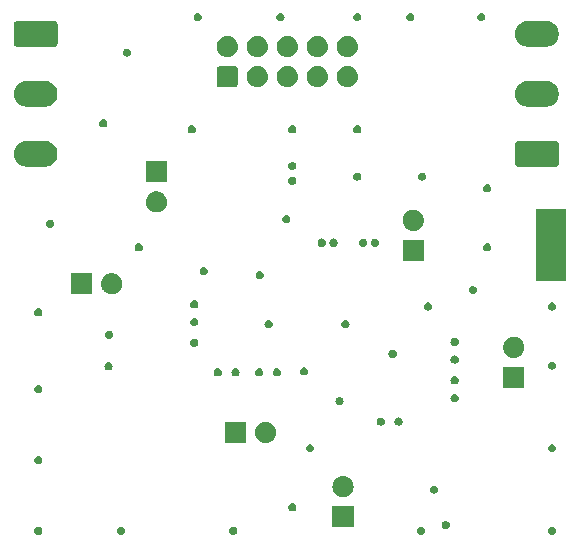
<source format=gbr>
%TF.GenerationSoftware,KiCad,Pcbnew,8.0.1*%
%TF.CreationDate,2024-07-21T18:07:33+02:00*%
%TF.ProjectId,byp,6279702e-6b69-4636-9164-5f7063625858,rev?*%
%TF.SameCoordinates,Original*%
%TF.FileFunction,Soldermask,Bot*%
%TF.FilePolarity,Negative*%
%FSLAX46Y46*%
G04 Gerber Fmt 4.6, Leading zero omitted, Abs format (unit mm)*
G04 Created by KiCad (PCBNEW 8.0.1) date 2024-07-21 18:07:33*
%MOMM*%
%LPD*%
G01*
G04 APERTURE LIST*
G04 APERTURE END LIST*
G36*
X79108156Y-95667130D02*
G01*
X79205725Y-95716844D01*
X79283156Y-95794275D01*
X79332870Y-95891844D01*
X79350000Y-96000000D01*
X79332870Y-96108156D01*
X79283156Y-96205725D01*
X79205725Y-96283156D01*
X79108156Y-96332870D01*
X79000000Y-96350000D01*
X78891844Y-96332870D01*
X78794275Y-96283156D01*
X78716844Y-96205725D01*
X78667130Y-96108156D01*
X78650000Y-96000000D01*
X78667130Y-95891844D01*
X78716844Y-95794275D01*
X78794275Y-95716844D01*
X78891844Y-95667130D01*
X79000000Y-95650000D01*
X79108156Y-95667130D01*
G37*
G36*
X86108156Y-95667130D02*
G01*
X86205725Y-95716844D01*
X86283156Y-95794275D01*
X86332870Y-95891844D01*
X86350000Y-96000000D01*
X86332870Y-96108156D01*
X86283156Y-96205725D01*
X86205725Y-96283156D01*
X86108156Y-96332870D01*
X86000000Y-96350000D01*
X85891844Y-96332870D01*
X85794275Y-96283156D01*
X85716844Y-96205725D01*
X85667130Y-96108156D01*
X85650000Y-96000000D01*
X85667130Y-95891844D01*
X85716844Y-95794275D01*
X85794275Y-95716844D01*
X85891844Y-95667130D01*
X86000000Y-95650000D01*
X86108156Y-95667130D01*
G37*
G36*
X95608156Y-95667130D02*
G01*
X95705725Y-95716844D01*
X95783156Y-95794275D01*
X95832870Y-95891844D01*
X95850000Y-96000000D01*
X95832870Y-96108156D01*
X95783156Y-96205725D01*
X95705725Y-96283156D01*
X95608156Y-96332870D01*
X95500000Y-96350000D01*
X95391844Y-96332870D01*
X95294275Y-96283156D01*
X95216844Y-96205725D01*
X95167130Y-96108156D01*
X95150000Y-96000000D01*
X95167130Y-95891844D01*
X95216844Y-95794275D01*
X95294275Y-95716844D01*
X95391844Y-95667130D01*
X95500000Y-95650000D01*
X95608156Y-95667130D01*
G37*
G36*
X111508156Y-95667130D02*
G01*
X111605725Y-95716844D01*
X111683156Y-95794275D01*
X111732870Y-95891844D01*
X111750000Y-96000000D01*
X111732870Y-96108156D01*
X111683156Y-96205725D01*
X111605725Y-96283156D01*
X111508156Y-96332870D01*
X111400000Y-96350000D01*
X111291844Y-96332870D01*
X111194275Y-96283156D01*
X111116844Y-96205725D01*
X111067130Y-96108156D01*
X111050000Y-96000000D01*
X111067130Y-95891844D01*
X111116844Y-95794275D01*
X111194275Y-95716844D01*
X111291844Y-95667130D01*
X111400000Y-95650000D01*
X111508156Y-95667130D01*
G37*
G36*
X122608156Y-95667130D02*
G01*
X122705725Y-95716844D01*
X122783156Y-95794275D01*
X122832870Y-95891844D01*
X122850000Y-96000000D01*
X122832870Y-96108156D01*
X122783156Y-96205725D01*
X122705725Y-96283156D01*
X122608156Y-96332870D01*
X122500000Y-96350000D01*
X122391844Y-96332870D01*
X122294275Y-96283156D01*
X122216844Y-96205725D01*
X122167130Y-96108156D01*
X122150000Y-96000000D01*
X122167130Y-95891844D01*
X122216844Y-95794275D01*
X122294275Y-95716844D01*
X122391844Y-95667130D01*
X122500000Y-95650000D01*
X122608156Y-95667130D01*
G37*
G36*
X113608156Y-95167130D02*
G01*
X113705725Y-95216844D01*
X113783156Y-95294275D01*
X113832870Y-95391844D01*
X113850000Y-95500000D01*
X113832870Y-95608156D01*
X113783156Y-95705725D01*
X113705725Y-95783156D01*
X113608156Y-95832870D01*
X113500000Y-95850000D01*
X113391844Y-95832870D01*
X113294275Y-95783156D01*
X113216844Y-95705725D01*
X113167130Y-95608156D01*
X113150000Y-95500000D01*
X113167130Y-95391844D01*
X113216844Y-95294275D01*
X113294275Y-95216844D01*
X113391844Y-95167130D01*
X113500000Y-95150000D01*
X113608156Y-95167130D01*
G37*
G36*
X105669134Y-93903806D02*
G01*
X105685355Y-93914645D01*
X105696194Y-93930866D01*
X105700000Y-93950000D01*
X105700000Y-95650000D01*
X105696194Y-95669134D01*
X105685355Y-95685355D01*
X105669134Y-95696194D01*
X105650000Y-95700000D01*
X103950000Y-95700000D01*
X103930866Y-95696194D01*
X103914645Y-95685355D01*
X103903806Y-95669134D01*
X103900000Y-95650000D01*
X103900000Y-93950000D01*
X103903806Y-93930866D01*
X103914645Y-93914645D01*
X103930866Y-93903806D01*
X103950000Y-93900000D01*
X105650000Y-93900000D01*
X105669134Y-93903806D01*
G37*
G36*
X100608156Y-93667130D02*
G01*
X100705725Y-93716844D01*
X100783156Y-93794275D01*
X100832870Y-93891844D01*
X100850000Y-94000000D01*
X100832870Y-94108156D01*
X100783156Y-94205725D01*
X100705725Y-94283156D01*
X100608156Y-94332870D01*
X100500000Y-94350000D01*
X100391844Y-94332870D01*
X100294275Y-94283156D01*
X100216844Y-94205725D01*
X100167130Y-94108156D01*
X100150000Y-94000000D01*
X100167130Y-93891844D01*
X100216844Y-93794275D01*
X100294275Y-93716844D01*
X100391844Y-93667130D01*
X100500000Y-93650000D01*
X100608156Y-93667130D01*
G37*
G36*
X104847607Y-91364930D02*
G01*
X104894076Y-91364930D01*
X104934202Y-91373459D01*
X104975533Y-91377530D01*
X105027460Y-91393282D01*
X105078115Y-91404049D01*
X105110527Y-91418479D01*
X105144321Y-91428731D01*
X105198023Y-91457435D01*
X105250000Y-91480577D01*
X105274165Y-91498134D01*
X105299878Y-91511878D01*
X105352333Y-91554927D01*
X105402218Y-91591170D01*
X105418412Y-91609155D01*
X105436225Y-91623774D01*
X105484089Y-91682097D01*
X105528115Y-91730993D01*
X105537365Y-91747015D01*
X105548121Y-91760121D01*
X105587908Y-91834557D01*
X105622191Y-91893937D01*
X105626134Y-91906074D01*
X105631268Y-91915678D01*
X105659568Y-92008971D01*
X105680333Y-92072879D01*
X105681064Y-92079834D01*
X105682469Y-92084466D01*
X105696151Y-92223385D01*
X105700000Y-92260000D01*
X105696151Y-92296617D01*
X105682469Y-92435533D01*
X105681064Y-92440164D01*
X105680333Y-92447121D01*
X105659563Y-92511042D01*
X105631268Y-92604321D01*
X105626135Y-92613923D01*
X105622191Y-92626063D01*
X105587901Y-92685454D01*
X105548121Y-92759878D01*
X105537367Y-92772981D01*
X105528115Y-92789007D01*
X105484080Y-92837912D01*
X105436225Y-92896225D01*
X105418415Y-92910840D01*
X105402218Y-92928830D01*
X105352323Y-92965080D01*
X105299878Y-93008121D01*
X105274171Y-93021861D01*
X105250000Y-93039423D01*
X105198012Y-93062569D01*
X105144321Y-93091268D01*
X105110534Y-93101517D01*
X105078115Y-93115951D01*
X105027449Y-93126720D01*
X104975533Y-93142469D01*
X104934210Y-93146538D01*
X104894076Y-93155070D01*
X104847597Y-93155070D01*
X104800000Y-93159758D01*
X104752403Y-93155070D01*
X104705924Y-93155070D01*
X104665789Y-93146539D01*
X104624466Y-93142469D01*
X104572546Y-93126719D01*
X104521885Y-93115951D01*
X104489467Y-93101517D01*
X104455678Y-93091268D01*
X104401981Y-93062566D01*
X104350000Y-93039423D01*
X104325831Y-93021863D01*
X104300121Y-93008121D01*
X104247667Y-92965074D01*
X104197782Y-92928830D01*
X104181587Y-92910843D01*
X104163774Y-92896225D01*
X104115908Y-92837899D01*
X104071885Y-92789007D01*
X104062634Y-92772985D01*
X104051878Y-92759878D01*
X104012085Y-92685431D01*
X103977809Y-92626063D01*
X103973866Y-92613928D01*
X103968731Y-92604321D01*
X103940421Y-92510996D01*
X103919667Y-92447121D01*
X103918936Y-92440169D01*
X103917530Y-92435533D01*
X103903832Y-92296466D01*
X103900000Y-92260000D01*
X103903832Y-92223536D01*
X103917530Y-92084466D01*
X103918936Y-92079829D01*
X103919667Y-92072879D01*
X103940416Y-92009017D01*
X103968731Y-91915678D01*
X103973866Y-91906069D01*
X103977809Y-91893937D01*
X104012078Y-91834581D01*
X104051878Y-91760121D01*
X104062636Y-91747011D01*
X104071885Y-91730993D01*
X104115898Y-91682110D01*
X104163774Y-91623774D01*
X104181590Y-91609152D01*
X104197782Y-91591170D01*
X104247657Y-91554933D01*
X104300121Y-91511878D01*
X104325836Y-91498132D01*
X104350000Y-91480577D01*
X104401970Y-91457438D01*
X104455678Y-91428731D01*
X104489474Y-91418478D01*
X104521885Y-91404049D01*
X104572535Y-91393282D01*
X104624466Y-91377530D01*
X104665798Y-91373459D01*
X104705924Y-91364930D01*
X104752393Y-91364930D01*
X104800000Y-91360241D01*
X104847607Y-91364930D01*
G37*
G36*
X112608156Y-92167130D02*
G01*
X112705725Y-92216844D01*
X112783156Y-92294275D01*
X112832870Y-92391844D01*
X112850000Y-92500000D01*
X112832870Y-92608156D01*
X112783156Y-92705725D01*
X112705725Y-92783156D01*
X112608156Y-92832870D01*
X112500000Y-92850000D01*
X112391844Y-92832870D01*
X112294275Y-92783156D01*
X112216844Y-92705725D01*
X112167130Y-92608156D01*
X112150000Y-92500000D01*
X112167130Y-92391844D01*
X112216844Y-92294275D01*
X112294275Y-92216844D01*
X112391844Y-92167130D01*
X112500000Y-92150000D01*
X112608156Y-92167130D01*
G37*
G36*
X79108156Y-89667130D02*
G01*
X79205725Y-89716844D01*
X79283156Y-89794275D01*
X79332870Y-89891844D01*
X79350000Y-90000000D01*
X79332870Y-90108156D01*
X79283156Y-90205725D01*
X79205725Y-90283156D01*
X79108156Y-90332870D01*
X79000000Y-90350000D01*
X78891844Y-90332870D01*
X78794275Y-90283156D01*
X78716844Y-90205725D01*
X78667130Y-90108156D01*
X78650000Y-90000000D01*
X78667130Y-89891844D01*
X78716844Y-89794275D01*
X78794275Y-89716844D01*
X78891844Y-89667130D01*
X79000000Y-89650000D01*
X79108156Y-89667130D01*
G37*
G36*
X102108156Y-88667130D02*
G01*
X102205725Y-88716844D01*
X102283156Y-88794275D01*
X102332870Y-88891844D01*
X102350000Y-89000000D01*
X102332870Y-89108156D01*
X102283156Y-89205725D01*
X102205725Y-89283156D01*
X102108156Y-89332870D01*
X102000000Y-89350000D01*
X101891844Y-89332870D01*
X101794275Y-89283156D01*
X101716844Y-89205725D01*
X101667130Y-89108156D01*
X101650000Y-89000000D01*
X101667130Y-88891844D01*
X101716844Y-88794275D01*
X101794275Y-88716844D01*
X101891844Y-88667130D01*
X102000000Y-88650000D01*
X102108156Y-88667130D01*
G37*
G36*
X122608156Y-88667130D02*
G01*
X122705725Y-88716844D01*
X122783156Y-88794275D01*
X122832870Y-88891844D01*
X122850000Y-89000000D01*
X122832870Y-89108156D01*
X122783156Y-89205725D01*
X122705725Y-89283156D01*
X122608156Y-89332870D01*
X122500000Y-89350000D01*
X122391844Y-89332870D01*
X122294275Y-89283156D01*
X122216844Y-89205725D01*
X122167130Y-89108156D01*
X122150000Y-89000000D01*
X122167130Y-88891844D01*
X122216844Y-88794275D01*
X122294275Y-88716844D01*
X122391844Y-88667130D01*
X122500000Y-88650000D01*
X122608156Y-88667130D01*
G37*
G36*
X96579134Y-86778806D02*
G01*
X96595355Y-86789645D01*
X96606194Y-86805866D01*
X96610000Y-86825000D01*
X96610000Y-88525000D01*
X96606194Y-88544134D01*
X96595355Y-88560355D01*
X96579134Y-88571194D01*
X96560000Y-88575000D01*
X94860000Y-88575000D01*
X94840866Y-88571194D01*
X94824645Y-88560355D01*
X94813806Y-88544134D01*
X94810000Y-88525000D01*
X94810000Y-86825000D01*
X94813806Y-86805866D01*
X94824645Y-86789645D01*
X94840866Y-86778806D01*
X94860000Y-86775000D01*
X96560000Y-86775000D01*
X96579134Y-86778806D01*
G37*
G36*
X98297607Y-86779930D02*
G01*
X98344076Y-86779930D01*
X98384202Y-86788459D01*
X98425533Y-86792530D01*
X98477460Y-86808282D01*
X98528115Y-86819049D01*
X98560527Y-86833479D01*
X98594321Y-86843731D01*
X98648023Y-86872435D01*
X98700000Y-86895577D01*
X98724165Y-86913134D01*
X98749878Y-86926878D01*
X98802333Y-86969927D01*
X98852218Y-87006170D01*
X98868412Y-87024155D01*
X98886225Y-87038774D01*
X98934089Y-87097097D01*
X98978115Y-87145993D01*
X98987365Y-87162015D01*
X98998121Y-87175121D01*
X99037908Y-87249557D01*
X99072191Y-87308937D01*
X99076134Y-87321074D01*
X99081268Y-87330678D01*
X99109568Y-87423971D01*
X99130333Y-87487879D01*
X99131064Y-87494834D01*
X99132469Y-87499466D01*
X99146151Y-87638385D01*
X99150000Y-87675000D01*
X99146151Y-87711617D01*
X99132469Y-87850533D01*
X99131064Y-87855164D01*
X99130333Y-87862121D01*
X99109563Y-87926042D01*
X99081268Y-88019321D01*
X99076135Y-88028923D01*
X99072191Y-88041063D01*
X99037901Y-88100454D01*
X98998121Y-88174878D01*
X98987367Y-88187981D01*
X98978115Y-88204007D01*
X98934080Y-88252912D01*
X98886225Y-88311225D01*
X98868415Y-88325840D01*
X98852218Y-88343830D01*
X98802323Y-88380080D01*
X98749878Y-88423121D01*
X98724171Y-88436861D01*
X98700000Y-88454423D01*
X98648012Y-88477569D01*
X98594321Y-88506268D01*
X98560534Y-88516517D01*
X98528115Y-88530951D01*
X98477449Y-88541720D01*
X98425533Y-88557469D01*
X98384210Y-88561538D01*
X98344076Y-88570070D01*
X98297597Y-88570070D01*
X98250000Y-88574758D01*
X98202403Y-88570070D01*
X98155924Y-88570070D01*
X98115789Y-88561539D01*
X98074466Y-88557469D01*
X98022546Y-88541719D01*
X97971885Y-88530951D01*
X97939467Y-88516517D01*
X97905678Y-88506268D01*
X97851981Y-88477566D01*
X97800000Y-88454423D01*
X97775831Y-88436863D01*
X97750121Y-88423121D01*
X97697667Y-88380074D01*
X97647782Y-88343830D01*
X97631587Y-88325843D01*
X97613774Y-88311225D01*
X97565908Y-88252899D01*
X97521885Y-88204007D01*
X97512634Y-88187985D01*
X97501878Y-88174878D01*
X97462085Y-88100431D01*
X97427809Y-88041063D01*
X97423866Y-88028928D01*
X97418731Y-88019321D01*
X97390421Y-87925996D01*
X97369667Y-87862121D01*
X97368936Y-87855169D01*
X97367530Y-87850533D01*
X97353832Y-87711466D01*
X97350000Y-87675000D01*
X97353832Y-87638536D01*
X97367530Y-87499466D01*
X97368936Y-87494829D01*
X97369667Y-87487879D01*
X97390416Y-87424017D01*
X97418731Y-87330678D01*
X97423866Y-87321069D01*
X97427809Y-87308937D01*
X97462078Y-87249581D01*
X97501878Y-87175121D01*
X97512636Y-87162011D01*
X97521885Y-87145993D01*
X97565898Y-87097110D01*
X97613774Y-87038774D01*
X97631590Y-87024152D01*
X97647782Y-87006170D01*
X97697657Y-86969933D01*
X97750121Y-86926878D01*
X97775836Y-86913132D01*
X97800000Y-86895577D01*
X97851970Y-86872438D01*
X97905678Y-86843731D01*
X97939474Y-86833478D01*
X97971885Y-86819049D01*
X98022535Y-86808282D01*
X98074466Y-86792530D01*
X98115798Y-86788459D01*
X98155924Y-86779930D01*
X98202393Y-86779930D01*
X98250000Y-86775241D01*
X98297607Y-86779930D01*
G37*
G36*
X108108156Y-86417130D02*
G01*
X108205725Y-86466844D01*
X108283156Y-86544275D01*
X108332870Y-86641844D01*
X108350000Y-86750000D01*
X108332870Y-86858156D01*
X108283156Y-86955725D01*
X108205725Y-87033156D01*
X108108156Y-87082870D01*
X108000000Y-87100000D01*
X107891844Y-87082870D01*
X107794275Y-87033156D01*
X107716844Y-86955725D01*
X107667130Y-86858156D01*
X107650000Y-86750000D01*
X107667130Y-86641844D01*
X107716844Y-86544275D01*
X107794275Y-86466844D01*
X107891844Y-86417130D01*
X108000000Y-86400000D01*
X108108156Y-86417130D01*
G37*
G36*
X109608156Y-86417130D02*
G01*
X109705725Y-86466844D01*
X109783156Y-86544275D01*
X109832870Y-86641844D01*
X109850000Y-86750000D01*
X109832870Y-86858156D01*
X109783156Y-86955725D01*
X109705725Y-87033156D01*
X109608156Y-87082870D01*
X109500000Y-87100000D01*
X109391844Y-87082870D01*
X109294275Y-87033156D01*
X109216844Y-86955725D01*
X109167130Y-86858156D01*
X109150000Y-86750000D01*
X109167130Y-86641844D01*
X109216844Y-86544275D01*
X109294275Y-86466844D01*
X109391844Y-86417130D01*
X109500000Y-86400000D01*
X109608156Y-86417130D01*
G37*
G36*
X104608156Y-84667130D02*
G01*
X104705725Y-84716844D01*
X104783156Y-84794275D01*
X104832870Y-84891844D01*
X104850000Y-85000000D01*
X104832870Y-85108156D01*
X104783156Y-85205725D01*
X104705725Y-85283156D01*
X104608156Y-85332870D01*
X104500000Y-85350000D01*
X104391844Y-85332870D01*
X104294275Y-85283156D01*
X104216844Y-85205725D01*
X104167130Y-85108156D01*
X104150000Y-85000000D01*
X104167130Y-84891844D01*
X104216844Y-84794275D01*
X104294275Y-84716844D01*
X104391844Y-84667130D01*
X104500000Y-84650000D01*
X104608156Y-84667130D01*
G37*
G36*
X114358156Y-84417130D02*
G01*
X114455725Y-84466844D01*
X114533156Y-84544275D01*
X114582870Y-84641844D01*
X114600000Y-84750000D01*
X114582870Y-84858156D01*
X114533156Y-84955725D01*
X114455725Y-85033156D01*
X114358156Y-85082870D01*
X114250000Y-85100000D01*
X114141844Y-85082870D01*
X114044275Y-85033156D01*
X113966844Y-84955725D01*
X113917130Y-84858156D01*
X113900000Y-84750000D01*
X113917130Y-84641844D01*
X113966844Y-84544275D01*
X114044275Y-84466844D01*
X114141844Y-84417130D01*
X114250000Y-84400000D01*
X114358156Y-84417130D01*
G37*
G36*
X79108156Y-83667130D02*
G01*
X79205725Y-83716844D01*
X79283156Y-83794275D01*
X79332870Y-83891844D01*
X79350000Y-84000000D01*
X79332870Y-84108156D01*
X79283156Y-84205725D01*
X79205725Y-84283156D01*
X79108156Y-84332870D01*
X79000000Y-84350000D01*
X78891844Y-84332870D01*
X78794275Y-84283156D01*
X78716844Y-84205725D01*
X78667130Y-84108156D01*
X78650000Y-84000000D01*
X78667130Y-83891844D01*
X78716844Y-83794275D01*
X78794275Y-83716844D01*
X78891844Y-83667130D01*
X79000000Y-83650000D01*
X79108156Y-83667130D01*
G37*
G36*
X120119134Y-82103806D02*
G01*
X120135355Y-82114645D01*
X120146194Y-82130866D01*
X120150000Y-82150000D01*
X120150000Y-83850000D01*
X120146194Y-83869134D01*
X120135355Y-83885355D01*
X120119134Y-83896194D01*
X120100000Y-83900000D01*
X118400000Y-83900000D01*
X118380866Y-83896194D01*
X118364645Y-83885355D01*
X118353806Y-83869134D01*
X118350000Y-83850000D01*
X118350000Y-82150000D01*
X118353806Y-82130866D01*
X118364645Y-82114645D01*
X118380866Y-82103806D01*
X118400000Y-82100000D01*
X120100000Y-82100000D01*
X120119134Y-82103806D01*
G37*
G36*
X114358156Y-82917130D02*
G01*
X114455725Y-82966844D01*
X114533156Y-83044275D01*
X114582870Y-83141844D01*
X114600000Y-83250000D01*
X114582870Y-83358156D01*
X114533156Y-83455725D01*
X114455725Y-83533156D01*
X114358156Y-83582870D01*
X114250000Y-83600000D01*
X114141844Y-83582870D01*
X114044275Y-83533156D01*
X113966844Y-83455725D01*
X113917130Y-83358156D01*
X113900000Y-83250000D01*
X113917130Y-83141844D01*
X113966844Y-83044275D01*
X114044275Y-82966844D01*
X114141844Y-82917130D01*
X114250000Y-82900000D01*
X114358156Y-82917130D01*
G37*
G36*
X94308156Y-82242130D02*
G01*
X94405725Y-82291844D01*
X94483156Y-82369275D01*
X94532870Y-82466844D01*
X94550000Y-82575000D01*
X94532870Y-82683156D01*
X94483156Y-82780725D01*
X94405725Y-82858156D01*
X94308156Y-82907870D01*
X94200000Y-82925000D01*
X94091844Y-82907870D01*
X93994275Y-82858156D01*
X93916844Y-82780725D01*
X93867130Y-82683156D01*
X93850000Y-82575000D01*
X93867130Y-82466844D01*
X93916844Y-82369275D01*
X93994275Y-82291844D01*
X94091844Y-82242130D01*
X94200000Y-82225000D01*
X94308156Y-82242130D01*
G37*
G36*
X95808156Y-82242130D02*
G01*
X95905725Y-82291844D01*
X95983156Y-82369275D01*
X96032870Y-82466844D01*
X96050000Y-82575000D01*
X96032870Y-82683156D01*
X95983156Y-82780725D01*
X95905725Y-82858156D01*
X95808156Y-82907870D01*
X95700000Y-82925000D01*
X95591844Y-82907870D01*
X95494275Y-82858156D01*
X95416844Y-82780725D01*
X95367130Y-82683156D01*
X95350000Y-82575000D01*
X95367130Y-82466844D01*
X95416844Y-82369275D01*
X95494275Y-82291844D01*
X95591844Y-82242130D01*
X95700000Y-82225000D01*
X95808156Y-82242130D01*
G37*
G36*
X97808156Y-82242130D02*
G01*
X97905725Y-82291844D01*
X97983156Y-82369275D01*
X98032870Y-82466844D01*
X98050000Y-82575000D01*
X98032870Y-82683156D01*
X97983156Y-82780725D01*
X97905725Y-82858156D01*
X97808156Y-82907870D01*
X97700000Y-82925000D01*
X97591844Y-82907870D01*
X97494275Y-82858156D01*
X97416844Y-82780725D01*
X97367130Y-82683156D01*
X97350000Y-82575000D01*
X97367130Y-82466844D01*
X97416844Y-82369275D01*
X97494275Y-82291844D01*
X97591844Y-82242130D01*
X97700000Y-82225000D01*
X97808156Y-82242130D01*
G37*
G36*
X99308156Y-82242130D02*
G01*
X99405725Y-82291844D01*
X99483156Y-82369275D01*
X99532870Y-82466844D01*
X99550000Y-82575000D01*
X99532870Y-82683156D01*
X99483156Y-82780725D01*
X99405725Y-82858156D01*
X99308156Y-82907870D01*
X99200000Y-82925000D01*
X99091844Y-82907870D01*
X98994275Y-82858156D01*
X98916844Y-82780725D01*
X98867130Y-82683156D01*
X98850000Y-82575000D01*
X98867130Y-82466844D01*
X98916844Y-82369275D01*
X98994275Y-82291844D01*
X99091844Y-82242130D01*
X99200000Y-82225000D01*
X99308156Y-82242130D01*
G37*
G36*
X101608156Y-82167130D02*
G01*
X101705725Y-82216844D01*
X101783156Y-82294275D01*
X101832870Y-82391844D01*
X101850000Y-82500000D01*
X101832870Y-82608156D01*
X101783156Y-82705725D01*
X101705725Y-82783156D01*
X101608156Y-82832870D01*
X101500000Y-82850000D01*
X101391844Y-82832870D01*
X101294275Y-82783156D01*
X101216844Y-82705725D01*
X101167130Y-82608156D01*
X101150000Y-82500000D01*
X101167130Y-82391844D01*
X101216844Y-82294275D01*
X101294275Y-82216844D01*
X101391844Y-82167130D01*
X101500000Y-82150000D01*
X101608156Y-82167130D01*
G37*
G36*
X85058156Y-81742130D02*
G01*
X85155725Y-81791844D01*
X85233156Y-81869275D01*
X85282870Y-81966844D01*
X85300000Y-82075000D01*
X85282870Y-82183156D01*
X85233156Y-82280725D01*
X85155725Y-82358156D01*
X85058156Y-82407870D01*
X84950000Y-82425000D01*
X84841844Y-82407870D01*
X84744275Y-82358156D01*
X84666844Y-82280725D01*
X84617130Y-82183156D01*
X84600000Y-82075000D01*
X84617130Y-81966844D01*
X84666844Y-81869275D01*
X84744275Y-81791844D01*
X84841844Y-81742130D01*
X84950000Y-81725000D01*
X85058156Y-81742130D01*
G37*
G36*
X122608156Y-81667130D02*
G01*
X122705725Y-81716844D01*
X122783156Y-81794275D01*
X122832870Y-81891844D01*
X122850000Y-82000000D01*
X122832870Y-82108156D01*
X122783156Y-82205725D01*
X122705725Y-82283156D01*
X122608156Y-82332870D01*
X122500000Y-82350000D01*
X122391844Y-82332870D01*
X122294275Y-82283156D01*
X122216844Y-82205725D01*
X122167130Y-82108156D01*
X122150000Y-82000000D01*
X122167130Y-81891844D01*
X122216844Y-81794275D01*
X122294275Y-81716844D01*
X122391844Y-81667130D01*
X122500000Y-81650000D01*
X122608156Y-81667130D01*
G37*
G36*
X114358156Y-81167130D02*
G01*
X114455725Y-81216844D01*
X114533156Y-81294275D01*
X114582870Y-81391844D01*
X114600000Y-81500000D01*
X114582870Y-81608156D01*
X114533156Y-81705725D01*
X114455725Y-81783156D01*
X114358156Y-81832870D01*
X114250000Y-81850000D01*
X114141844Y-81832870D01*
X114044275Y-81783156D01*
X113966844Y-81705725D01*
X113917130Y-81608156D01*
X113900000Y-81500000D01*
X113917130Y-81391844D01*
X113966844Y-81294275D01*
X114044275Y-81216844D01*
X114141844Y-81167130D01*
X114250000Y-81150000D01*
X114358156Y-81167130D01*
G37*
G36*
X119297607Y-79564930D02*
G01*
X119344076Y-79564930D01*
X119384202Y-79573459D01*
X119425533Y-79577530D01*
X119477460Y-79593282D01*
X119528115Y-79604049D01*
X119560527Y-79618479D01*
X119594321Y-79628731D01*
X119648023Y-79657435D01*
X119700000Y-79680577D01*
X119724165Y-79698134D01*
X119749878Y-79711878D01*
X119802333Y-79754927D01*
X119852218Y-79791170D01*
X119868412Y-79809155D01*
X119886225Y-79823774D01*
X119934089Y-79882097D01*
X119978115Y-79930993D01*
X119987365Y-79947015D01*
X119998121Y-79960121D01*
X120037908Y-80034557D01*
X120072191Y-80093937D01*
X120076134Y-80106074D01*
X120081268Y-80115678D01*
X120109568Y-80208971D01*
X120130333Y-80272879D01*
X120131064Y-80279834D01*
X120132469Y-80284466D01*
X120146151Y-80423385D01*
X120150000Y-80460000D01*
X120146151Y-80496617D01*
X120132469Y-80635533D01*
X120131064Y-80640164D01*
X120130333Y-80647121D01*
X120109563Y-80711042D01*
X120081268Y-80804321D01*
X120076135Y-80813923D01*
X120072191Y-80826063D01*
X120037901Y-80885454D01*
X119998121Y-80959878D01*
X119987367Y-80972981D01*
X119978115Y-80989007D01*
X119934080Y-81037912D01*
X119886225Y-81096225D01*
X119868415Y-81110840D01*
X119852218Y-81128830D01*
X119802323Y-81165080D01*
X119749878Y-81208121D01*
X119724171Y-81221861D01*
X119700000Y-81239423D01*
X119648012Y-81262569D01*
X119594321Y-81291268D01*
X119560534Y-81301517D01*
X119528115Y-81315951D01*
X119477449Y-81326720D01*
X119425533Y-81342469D01*
X119384210Y-81346538D01*
X119344076Y-81355070D01*
X119297597Y-81355070D01*
X119250000Y-81359758D01*
X119202403Y-81355070D01*
X119155924Y-81355070D01*
X119115789Y-81346539D01*
X119074466Y-81342469D01*
X119022546Y-81326719D01*
X118971885Y-81315951D01*
X118939467Y-81301517D01*
X118905678Y-81291268D01*
X118851981Y-81262566D01*
X118800000Y-81239423D01*
X118775831Y-81221863D01*
X118750121Y-81208121D01*
X118697667Y-81165074D01*
X118647782Y-81128830D01*
X118631587Y-81110843D01*
X118613774Y-81096225D01*
X118565908Y-81037899D01*
X118521885Y-80989007D01*
X118512634Y-80972985D01*
X118501878Y-80959878D01*
X118462085Y-80885431D01*
X118427809Y-80826063D01*
X118423866Y-80813928D01*
X118418731Y-80804321D01*
X118390421Y-80710996D01*
X118369667Y-80647121D01*
X118368936Y-80640169D01*
X118367530Y-80635533D01*
X118353832Y-80496466D01*
X118350000Y-80460000D01*
X118353832Y-80423536D01*
X118367530Y-80284466D01*
X118368936Y-80279829D01*
X118369667Y-80272879D01*
X118390416Y-80209017D01*
X118418731Y-80115678D01*
X118423866Y-80106069D01*
X118427809Y-80093937D01*
X118462078Y-80034581D01*
X118501878Y-79960121D01*
X118512636Y-79947011D01*
X118521885Y-79930993D01*
X118565898Y-79882110D01*
X118613774Y-79823774D01*
X118631590Y-79809152D01*
X118647782Y-79791170D01*
X118697657Y-79754933D01*
X118750121Y-79711878D01*
X118775836Y-79698132D01*
X118800000Y-79680577D01*
X118851970Y-79657438D01*
X118905678Y-79628731D01*
X118939474Y-79618478D01*
X118971885Y-79604049D01*
X119022535Y-79593282D01*
X119074466Y-79577530D01*
X119115798Y-79573459D01*
X119155924Y-79564930D01*
X119202393Y-79564930D01*
X119250000Y-79560241D01*
X119297607Y-79564930D01*
G37*
G36*
X109108156Y-80667130D02*
G01*
X109205725Y-80716844D01*
X109283156Y-80794275D01*
X109332870Y-80891844D01*
X109350000Y-81000000D01*
X109332870Y-81108156D01*
X109283156Y-81205725D01*
X109205725Y-81283156D01*
X109108156Y-81332870D01*
X109000000Y-81350000D01*
X108891844Y-81332870D01*
X108794275Y-81283156D01*
X108716844Y-81205725D01*
X108667130Y-81108156D01*
X108650000Y-81000000D01*
X108667130Y-80891844D01*
X108716844Y-80794275D01*
X108794275Y-80716844D01*
X108891844Y-80667130D01*
X109000000Y-80650000D01*
X109108156Y-80667130D01*
G37*
G36*
X92308156Y-79742130D02*
G01*
X92405725Y-79791844D01*
X92483156Y-79869275D01*
X92532870Y-79966844D01*
X92550000Y-80075000D01*
X92532870Y-80183156D01*
X92483156Y-80280725D01*
X92405725Y-80358156D01*
X92308156Y-80407870D01*
X92200000Y-80425000D01*
X92091844Y-80407870D01*
X91994275Y-80358156D01*
X91916844Y-80280725D01*
X91867130Y-80183156D01*
X91850000Y-80075000D01*
X91867130Y-79966844D01*
X91916844Y-79869275D01*
X91994275Y-79791844D01*
X92091844Y-79742130D01*
X92200000Y-79725000D01*
X92308156Y-79742130D01*
G37*
G36*
X114358156Y-79667130D02*
G01*
X114455725Y-79716844D01*
X114533156Y-79794275D01*
X114582870Y-79891844D01*
X114600000Y-80000000D01*
X114582870Y-80108156D01*
X114533156Y-80205725D01*
X114455725Y-80283156D01*
X114358156Y-80332870D01*
X114250000Y-80350000D01*
X114141844Y-80332870D01*
X114044275Y-80283156D01*
X113966844Y-80205725D01*
X113917130Y-80108156D01*
X113900000Y-80000000D01*
X113917130Y-79891844D01*
X113966844Y-79794275D01*
X114044275Y-79716844D01*
X114141844Y-79667130D01*
X114250000Y-79650000D01*
X114358156Y-79667130D01*
G37*
G36*
X85108156Y-79067130D02*
G01*
X85205725Y-79116844D01*
X85283156Y-79194275D01*
X85332870Y-79291844D01*
X85350000Y-79400000D01*
X85332870Y-79508156D01*
X85283156Y-79605725D01*
X85205725Y-79683156D01*
X85108156Y-79732870D01*
X85000000Y-79750000D01*
X84891844Y-79732870D01*
X84794275Y-79683156D01*
X84716844Y-79605725D01*
X84667130Y-79508156D01*
X84650000Y-79400000D01*
X84667130Y-79291844D01*
X84716844Y-79194275D01*
X84794275Y-79116844D01*
X84891844Y-79067130D01*
X85000000Y-79050000D01*
X85108156Y-79067130D01*
G37*
G36*
X98608156Y-78167130D02*
G01*
X98705725Y-78216844D01*
X98783156Y-78294275D01*
X98832870Y-78391844D01*
X98850000Y-78500000D01*
X98832870Y-78608156D01*
X98783156Y-78705725D01*
X98705725Y-78783156D01*
X98608156Y-78832870D01*
X98500000Y-78850000D01*
X98391844Y-78832870D01*
X98294275Y-78783156D01*
X98216844Y-78705725D01*
X98167130Y-78608156D01*
X98150000Y-78500000D01*
X98167130Y-78391844D01*
X98216844Y-78294275D01*
X98294275Y-78216844D01*
X98391844Y-78167130D01*
X98500000Y-78150000D01*
X98608156Y-78167130D01*
G37*
G36*
X105108156Y-78167130D02*
G01*
X105205725Y-78216844D01*
X105283156Y-78294275D01*
X105332870Y-78391844D01*
X105350000Y-78500000D01*
X105332870Y-78608156D01*
X105283156Y-78705725D01*
X105205725Y-78783156D01*
X105108156Y-78832870D01*
X105000000Y-78850000D01*
X104891844Y-78832870D01*
X104794275Y-78783156D01*
X104716844Y-78705725D01*
X104667130Y-78608156D01*
X104650000Y-78500000D01*
X104667130Y-78391844D01*
X104716844Y-78294275D01*
X104794275Y-78216844D01*
X104891844Y-78167130D01*
X105000000Y-78150000D01*
X105108156Y-78167130D01*
G37*
G36*
X92308156Y-77992130D02*
G01*
X92405725Y-78041844D01*
X92483156Y-78119275D01*
X92532870Y-78216844D01*
X92550000Y-78325000D01*
X92532870Y-78433156D01*
X92483156Y-78530725D01*
X92405725Y-78608156D01*
X92308156Y-78657870D01*
X92200000Y-78675000D01*
X92091844Y-78657870D01*
X91994275Y-78608156D01*
X91916844Y-78530725D01*
X91867130Y-78433156D01*
X91850000Y-78325000D01*
X91867130Y-78216844D01*
X91916844Y-78119275D01*
X91994275Y-78041844D01*
X92091844Y-77992130D01*
X92200000Y-77975000D01*
X92308156Y-77992130D01*
G37*
G36*
X79108156Y-77167130D02*
G01*
X79205725Y-77216844D01*
X79283156Y-77294275D01*
X79332870Y-77391844D01*
X79350000Y-77500000D01*
X79332870Y-77608156D01*
X79283156Y-77705725D01*
X79205725Y-77783156D01*
X79108156Y-77832870D01*
X79000000Y-77850000D01*
X78891844Y-77832870D01*
X78794275Y-77783156D01*
X78716844Y-77705725D01*
X78667130Y-77608156D01*
X78650000Y-77500000D01*
X78667130Y-77391844D01*
X78716844Y-77294275D01*
X78794275Y-77216844D01*
X78891844Y-77167130D01*
X79000000Y-77150000D01*
X79108156Y-77167130D01*
G37*
G36*
X112108156Y-76667130D02*
G01*
X112205725Y-76716844D01*
X112283156Y-76794275D01*
X112332870Y-76891844D01*
X112350000Y-77000000D01*
X112332870Y-77108156D01*
X112283156Y-77205725D01*
X112205725Y-77283156D01*
X112108156Y-77332870D01*
X112000000Y-77350000D01*
X111891844Y-77332870D01*
X111794275Y-77283156D01*
X111716844Y-77205725D01*
X111667130Y-77108156D01*
X111650000Y-77000000D01*
X111667130Y-76891844D01*
X111716844Y-76794275D01*
X111794275Y-76716844D01*
X111891844Y-76667130D01*
X112000000Y-76650000D01*
X112108156Y-76667130D01*
G37*
G36*
X122608156Y-76667130D02*
G01*
X122705725Y-76716844D01*
X122783156Y-76794275D01*
X122832870Y-76891844D01*
X122850000Y-77000000D01*
X122832870Y-77108156D01*
X122783156Y-77205725D01*
X122705725Y-77283156D01*
X122608156Y-77332870D01*
X122500000Y-77350000D01*
X122391844Y-77332870D01*
X122294275Y-77283156D01*
X122216844Y-77205725D01*
X122167130Y-77108156D01*
X122150000Y-77000000D01*
X122167130Y-76891844D01*
X122216844Y-76794275D01*
X122294275Y-76716844D01*
X122391844Y-76667130D01*
X122500000Y-76650000D01*
X122608156Y-76667130D01*
G37*
G36*
X92308156Y-76492130D02*
G01*
X92405725Y-76541844D01*
X92483156Y-76619275D01*
X92532870Y-76716844D01*
X92550000Y-76825000D01*
X92532870Y-76933156D01*
X92483156Y-77030725D01*
X92405725Y-77108156D01*
X92308156Y-77157870D01*
X92200000Y-77175000D01*
X92091844Y-77157870D01*
X91994275Y-77108156D01*
X91916844Y-77030725D01*
X91867130Y-76933156D01*
X91850000Y-76825000D01*
X91867130Y-76716844D01*
X91916844Y-76619275D01*
X91994275Y-76541844D01*
X92091844Y-76492130D01*
X92200000Y-76475000D01*
X92308156Y-76492130D01*
G37*
G36*
X83544134Y-74178806D02*
G01*
X83560355Y-74189645D01*
X83571194Y-74205866D01*
X83575000Y-74225000D01*
X83575000Y-75925000D01*
X83571194Y-75944134D01*
X83560355Y-75960355D01*
X83544134Y-75971194D01*
X83525000Y-75975000D01*
X81825000Y-75975000D01*
X81805866Y-75971194D01*
X81789645Y-75960355D01*
X81778806Y-75944134D01*
X81775000Y-75925000D01*
X81775000Y-74225000D01*
X81778806Y-74205866D01*
X81789645Y-74189645D01*
X81805866Y-74178806D01*
X81825000Y-74175000D01*
X83525000Y-74175000D01*
X83544134Y-74178806D01*
G37*
G36*
X85262607Y-74179930D02*
G01*
X85309076Y-74179930D01*
X85349202Y-74188459D01*
X85390533Y-74192530D01*
X85442460Y-74208282D01*
X85493115Y-74219049D01*
X85525527Y-74233479D01*
X85559321Y-74243731D01*
X85613023Y-74272435D01*
X85665000Y-74295577D01*
X85689165Y-74313134D01*
X85714878Y-74326878D01*
X85767333Y-74369927D01*
X85817218Y-74406170D01*
X85833412Y-74424155D01*
X85851225Y-74438774D01*
X85899089Y-74497097D01*
X85943115Y-74545993D01*
X85952365Y-74562015D01*
X85963121Y-74575121D01*
X86002908Y-74649557D01*
X86037191Y-74708937D01*
X86041134Y-74721074D01*
X86046268Y-74730678D01*
X86074568Y-74823971D01*
X86095333Y-74887879D01*
X86096064Y-74894834D01*
X86097469Y-74899466D01*
X86111151Y-75038385D01*
X86115000Y-75075000D01*
X86111151Y-75111617D01*
X86097469Y-75250533D01*
X86096064Y-75255164D01*
X86095333Y-75262121D01*
X86074563Y-75326042D01*
X86046268Y-75419321D01*
X86041135Y-75428923D01*
X86037191Y-75441063D01*
X86002901Y-75500454D01*
X85963121Y-75574878D01*
X85952367Y-75587981D01*
X85943115Y-75604007D01*
X85899080Y-75652912D01*
X85851225Y-75711225D01*
X85833415Y-75725840D01*
X85817218Y-75743830D01*
X85767323Y-75780080D01*
X85714878Y-75823121D01*
X85689171Y-75836861D01*
X85665000Y-75854423D01*
X85613012Y-75877569D01*
X85559321Y-75906268D01*
X85525534Y-75916517D01*
X85493115Y-75930951D01*
X85442449Y-75941720D01*
X85390533Y-75957469D01*
X85349210Y-75961538D01*
X85309076Y-75970070D01*
X85262597Y-75970070D01*
X85215000Y-75974758D01*
X85167403Y-75970070D01*
X85120924Y-75970070D01*
X85080789Y-75961539D01*
X85039466Y-75957469D01*
X84987546Y-75941719D01*
X84936885Y-75930951D01*
X84904467Y-75916517D01*
X84870678Y-75906268D01*
X84816981Y-75877566D01*
X84765000Y-75854423D01*
X84740831Y-75836863D01*
X84715121Y-75823121D01*
X84662667Y-75780074D01*
X84612782Y-75743830D01*
X84596587Y-75725843D01*
X84578774Y-75711225D01*
X84530908Y-75652899D01*
X84486885Y-75604007D01*
X84477634Y-75587985D01*
X84466878Y-75574878D01*
X84427085Y-75500431D01*
X84392809Y-75441063D01*
X84388866Y-75428928D01*
X84383731Y-75419321D01*
X84355421Y-75325996D01*
X84334667Y-75262121D01*
X84333936Y-75255169D01*
X84332530Y-75250533D01*
X84318832Y-75111466D01*
X84315000Y-75075000D01*
X84318832Y-75038536D01*
X84332530Y-74899466D01*
X84333936Y-74894829D01*
X84334667Y-74887879D01*
X84355416Y-74824017D01*
X84383731Y-74730678D01*
X84388866Y-74721069D01*
X84392809Y-74708937D01*
X84427078Y-74649581D01*
X84466878Y-74575121D01*
X84477636Y-74562011D01*
X84486885Y-74545993D01*
X84530898Y-74497110D01*
X84578774Y-74438774D01*
X84596590Y-74424152D01*
X84612782Y-74406170D01*
X84662657Y-74369933D01*
X84715121Y-74326878D01*
X84740836Y-74313132D01*
X84765000Y-74295577D01*
X84816970Y-74272438D01*
X84870678Y-74243731D01*
X84904474Y-74233478D01*
X84936885Y-74219049D01*
X84987535Y-74208282D01*
X85039466Y-74192530D01*
X85080798Y-74188459D01*
X85120924Y-74179930D01*
X85167393Y-74179930D01*
X85215000Y-74175241D01*
X85262607Y-74179930D01*
G37*
G36*
X115908156Y-75267130D02*
G01*
X116005725Y-75316844D01*
X116083156Y-75394275D01*
X116132870Y-75491844D01*
X116150000Y-75600000D01*
X116132870Y-75708156D01*
X116083156Y-75805725D01*
X116005725Y-75883156D01*
X115908156Y-75932870D01*
X115800000Y-75950000D01*
X115691844Y-75932870D01*
X115594275Y-75883156D01*
X115516844Y-75805725D01*
X115467130Y-75708156D01*
X115450000Y-75600000D01*
X115467130Y-75491844D01*
X115516844Y-75394275D01*
X115594275Y-75316844D01*
X115691844Y-75267130D01*
X115800000Y-75250000D01*
X115908156Y-75267130D01*
G37*
G36*
X123602395Y-68750476D02*
G01*
X123607224Y-68750952D01*
X123609476Y-68751884D01*
X123619134Y-68753806D01*
X123622684Y-68757356D01*
X123627232Y-68759240D01*
X123640759Y-68772767D01*
X123642642Y-68777314D01*
X123646194Y-68780866D01*
X123646197Y-68785894D01*
X123648082Y-68790445D01*
X123649999Y-74797555D01*
X123649998Y-74797560D01*
X123650000Y-74800000D01*
X123649521Y-74802406D01*
X123649047Y-74807224D01*
X123648115Y-74809471D01*
X123646194Y-74819134D01*
X123642642Y-74822685D01*
X123640759Y-74827232D01*
X123627232Y-74840759D01*
X123622686Y-74842641D01*
X123619134Y-74846194D01*
X123614090Y-74846201D01*
X123609542Y-74848086D01*
X121202432Y-74849998D01*
X121202413Y-74849996D01*
X121200000Y-74850000D01*
X121197595Y-74849521D01*
X121192775Y-74849047D01*
X121190526Y-74848115D01*
X121180866Y-74846194D01*
X121177314Y-74842642D01*
X121172767Y-74840759D01*
X121159240Y-74827232D01*
X121157356Y-74822684D01*
X121153806Y-74819134D01*
X121153802Y-74814106D01*
X121151917Y-74809554D01*
X121150000Y-68802444D01*
X121150001Y-68802428D01*
X121150000Y-68800000D01*
X121150476Y-68797604D01*
X121150952Y-68792775D01*
X121151885Y-68790521D01*
X121153806Y-68780866D01*
X121157355Y-68777316D01*
X121159240Y-68772767D01*
X121172767Y-68759240D01*
X121177316Y-68757355D01*
X121180866Y-68753806D01*
X121185905Y-68753798D01*
X121190457Y-68751913D01*
X123597567Y-68750001D01*
X123597595Y-68750003D01*
X123600000Y-68750000D01*
X123602395Y-68750476D01*
G37*
G36*
X97858156Y-74017130D02*
G01*
X97955725Y-74066844D01*
X98033156Y-74144275D01*
X98082870Y-74241844D01*
X98100000Y-74350000D01*
X98082870Y-74458156D01*
X98033156Y-74555725D01*
X97955725Y-74633156D01*
X97858156Y-74682870D01*
X97750000Y-74700000D01*
X97641844Y-74682870D01*
X97544275Y-74633156D01*
X97466844Y-74555725D01*
X97417130Y-74458156D01*
X97400000Y-74350000D01*
X97417130Y-74241844D01*
X97466844Y-74144275D01*
X97544275Y-74066844D01*
X97641844Y-74017130D01*
X97750000Y-74000000D01*
X97858156Y-74017130D01*
G37*
G36*
X93108156Y-73667130D02*
G01*
X93205725Y-73716844D01*
X93283156Y-73794275D01*
X93332870Y-73891844D01*
X93350000Y-74000000D01*
X93332870Y-74108156D01*
X93283156Y-74205725D01*
X93205725Y-74283156D01*
X93108156Y-74332870D01*
X93000000Y-74350000D01*
X92891844Y-74332870D01*
X92794275Y-74283156D01*
X92716844Y-74205725D01*
X92667130Y-74108156D01*
X92650000Y-74000000D01*
X92667130Y-73891844D01*
X92716844Y-73794275D01*
X92794275Y-73716844D01*
X92891844Y-73667130D01*
X93000000Y-73650000D01*
X93108156Y-73667130D01*
G37*
G36*
X111619134Y-71353806D02*
G01*
X111635355Y-71364645D01*
X111646194Y-71380866D01*
X111650000Y-71400000D01*
X111650000Y-73100000D01*
X111646194Y-73119134D01*
X111635355Y-73135355D01*
X111619134Y-73146194D01*
X111600000Y-73150000D01*
X109900000Y-73150000D01*
X109880866Y-73146194D01*
X109864645Y-73135355D01*
X109853806Y-73119134D01*
X109850000Y-73100000D01*
X109850000Y-71400000D01*
X109853806Y-71380866D01*
X109864645Y-71364645D01*
X109880866Y-71353806D01*
X109900000Y-71350000D01*
X111600000Y-71350000D01*
X111619134Y-71353806D01*
G37*
G36*
X87608156Y-71667130D02*
G01*
X87705725Y-71716844D01*
X87783156Y-71794275D01*
X87832870Y-71891844D01*
X87850000Y-72000000D01*
X87832870Y-72108156D01*
X87783156Y-72205725D01*
X87705725Y-72283156D01*
X87608156Y-72332870D01*
X87500000Y-72350000D01*
X87391844Y-72332870D01*
X87294275Y-72283156D01*
X87216844Y-72205725D01*
X87167130Y-72108156D01*
X87150000Y-72000000D01*
X87167130Y-71891844D01*
X87216844Y-71794275D01*
X87294275Y-71716844D01*
X87391844Y-71667130D01*
X87500000Y-71650000D01*
X87608156Y-71667130D01*
G37*
G36*
X117108156Y-71667130D02*
G01*
X117205725Y-71716844D01*
X117283156Y-71794275D01*
X117332870Y-71891844D01*
X117350000Y-72000000D01*
X117332870Y-72108156D01*
X117283156Y-72205725D01*
X117205725Y-72283156D01*
X117108156Y-72332870D01*
X117000000Y-72350000D01*
X116891844Y-72332870D01*
X116794275Y-72283156D01*
X116716844Y-72205725D01*
X116667130Y-72108156D01*
X116650000Y-72000000D01*
X116667130Y-71891844D01*
X116716844Y-71794275D01*
X116794275Y-71716844D01*
X116891844Y-71667130D01*
X117000000Y-71650000D01*
X117108156Y-71667130D01*
G37*
G36*
X103108156Y-71267130D02*
G01*
X103205725Y-71316844D01*
X103283156Y-71394275D01*
X103332870Y-71491844D01*
X103350000Y-71600000D01*
X103332870Y-71708156D01*
X103283156Y-71805725D01*
X103205725Y-71883156D01*
X103108156Y-71932870D01*
X103000000Y-71950000D01*
X102891844Y-71932870D01*
X102794275Y-71883156D01*
X102716844Y-71805725D01*
X102667130Y-71708156D01*
X102650000Y-71600000D01*
X102667130Y-71491844D01*
X102716844Y-71394275D01*
X102794275Y-71316844D01*
X102891844Y-71267130D01*
X103000000Y-71250000D01*
X103108156Y-71267130D01*
G37*
G36*
X104108156Y-71267130D02*
G01*
X104205725Y-71316844D01*
X104283156Y-71394275D01*
X104332870Y-71491844D01*
X104350000Y-71600000D01*
X104332870Y-71708156D01*
X104283156Y-71805725D01*
X104205725Y-71883156D01*
X104108156Y-71932870D01*
X104000000Y-71950000D01*
X103891844Y-71932870D01*
X103794275Y-71883156D01*
X103716844Y-71805725D01*
X103667130Y-71708156D01*
X103650000Y-71600000D01*
X103667130Y-71491844D01*
X103716844Y-71394275D01*
X103794275Y-71316844D01*
X103891844Y-71267130D01*
X104000000Y-71250000D01*
X104108156Y-71267130D01*
G37*
G36*
X106608156Y-71267130D02*
G01*
X106705725Y-71316844D01*
X106783156Y-71394275D01*
X106832870Y-71491844D01*
X106850000Y-71600000D01*
X106832870Y-71708156D01*
X106783156Y-71805725D01*
X106705725Y-71883156D01*
X106608156Y-71932870D01*
X106500000Y-71950000D01*
X106391844Y-71932870D01*
X106294275Y-71883156D01*
X106216844Y-71805725D01*
X106167130Y-71708156D01*
X106150000Y-71600000D01*
X106167130Y-71491844D01*
X106216844Y-71394275D01*
X106294275Y-71316844D01*
X106391844Y-71267130D01*
X106500000Y-71250000D01*
X106608156Y-71267130D01*
G37*
G36*
X107608156Y-71267130D02*
G01*
X107705725Y-71316844D01*
X107783156Y-71394275D01*
X107832870Y-71491844D01*
X107850000Y-71600000D01*
X107832870Y-71708156D01*
X107783156Y-71805725D01*
X107705725Y-71883156D01*
X107608156Y-71932870D01*
X107500000Y-71950000D01*
X107391844Y-71932870D01*
X107294275Y-71883156D01*
X107216844Y-71805725D01*
X107167130Y-71708156D01*
X107150000Y-71600000D01*
X107167130Y-71491844D01*
X107216844Y-71394275D01*
X107294275Y-71316844D01*
X107391844Y-71267130D01*
X107500000Y-71250000D01*
X107608156Y-71267130D01*
G37*
G36*
X110797607Y-68814930D02*
G01*
X110844076Y-68814930D01*
X110884202Y-68823459D01*
X110925533Y-68827530D01*
X110977460Y-68843282D01*
X111028115Y-68854049D01*
X111060527Y-68868479D01*
X111094321Y-68878731D01*
X111148023Y-68907435D01*
X111200000Y-68930577D01*
X111224165Y-68948134D01*
X111249878Y-68961878D01*
X111302333Y-69004927D01*
X111352218Y-69041170D01*
X111368412Y-69059155D01*
X111386225Y-69073774D01*
X111434089Y-69132097D01*
X111478115Y-69180993D01*
X111487365Y-69197015D01*
X111498121Y-69210121D01*
X111537908Y-69284557D01*
X111572191Y-69343937D01*
X111576134Y-69356074D01*
X111581268Y-69365678D01*
X111609568Y-69458971D01*
X111630333Y-69522879D01*
X111631064Y-69529834D01*
X111632469Y-69534466D01*
X111646151Y-69673385D01*
X111650000Y-69710000D01*
X111646151Y-69746617D01*
X111632469Y-69885533D01*
X111631064Y-69890164D01*
X111630333Y-69897121D01*
X111609563Y-69961042D01*
X111581268Y-70054321D01*
X111576135Y-70063923D01*
X111572191Y-70076063D01*
X111537901Y-70135454D01*
X111498121Y-70209878D01*
X111487367Y-70222981D01*
X111478115Y-70239007D01*
X111434080Y-70287912D01*
X111386225Y-70346225D01*
X111368415Y-70360840D01*
X111352218Y-70378830D01*
X111302323Y-70415080D01*
X111249878Y-70458121D01*
X111224171Y-70471861D01*
X111200000Y-70489423D01*
X111148012Y-70512569D01*
X111094321Y-70541268D01*
X111060534Y-70551517D01*
X111028115Y-70565951D01*
X110977449Y-70576720D01*
X110925533Y-70592469D01*
X110884210Y-70596538D01*
X110844076Y-70605070D01*
X110797597Y-70605070D01*
X110750000Y-70609758D01*
X110702403Y-70605070D01*
X110655924Y-70605070D01*
X110615789Y-70596539D01*
X110574466Y-70592469D01*
X110522546Y-70576719D01*
X110471885Y-70565951D01*
X110439467Y-70551517D01*
X110405678Y-70541268D01*
X110351981Y-70512566D01*
X110300000Y-70489423D01*
X110275831Y-70471863D01*
X110250121Y-70458121D01*
X110197667Y-70415074D01*
X110147782Y-70378830D01*
X110131587Y-70360843D01*
X110113774Y-70346225D01*
X110065908Y-70287899D01*
X110021885Y-70239007D01*
X110012634Y-70222985D01*
X110001878Y-70209878D01*
X109962085Y-70135431D01*
X109927809Y-70076063D01*
X109923866Y-70063928D01*
X109918731Y-70054321D01*
X109890421Y-69960996D01*
X109869667Y-69897121D01*
X109868936Y-69890169D01*
X109867530Y-69885533D01*
X109853832Y-69746466D01*
X109850000Y-69710000D01*
X109853832Y-69673536D01*
X109867530Y-69534466D01*
X109868936Y-69529829D01*
X109869667Y-69522879D01*
X109890416Y-69459017D01*
X109918731Y-69365678D01*
X109923866Y-69356069D01*
X109927809Y-69343937D01*
X109962078Y-69284581D01*
X110001878Y-69210121D01*
X110012636Y-69197011D01*
X110021885Y-69180993D01*
X110065898Y-69132110D01*
X110113774Y-69073774D01*
X110131590Y-69059152D01*
X110147782Y-69041170D01*
X110197657Y-69004933D01*
X110250121Y-68961878D01*
X110275836Y-68948132D01*
X110300000Y-68930577D01*
X110351970Y-68907438D01*
X110405678Y-68878731D01*
X110439474Y-68868478D01*
X110471885Y-68854049D01*
X110522535Y-68843282D01*
X110574466Y-68827530D01*
X110615798Y-68823459D01*
X110655924Y-68814930D01*
X110702393Y-68814930D01*
X110750000Y-68810241D01*
X110797607Y-68814930D01*
G37*
G36*
X80108156Y-69667130D02*
G01*
X80205725Y-69716844D01*
X80283156Y-69794275D01*
X80332870Y-69891844D01*
X80350000Y-70000000D01*
X80332870Y-70108156D01*
X80283156Y-70205725D01*
X80205725Y-70283156D01*
X80108156Y-70332870D01*
X80000000Y-70350000D01*
X79891844Y-70332870D01*
X79794275Y-70283156D01*
X79716844Y-70205725D01*
X79667130Y-70108156D01*
X79650000Y-70000000D01*
X79667130Y-69891844D01*
X79716844Y-69794275D01*
X79794275Y-69716844D01*
X79891844Y-69667130D01*
X80000000Y-69650000D01*
X80108156Y-69667130D01*
G37*
G36*
X100108156Y-69267130D02*
G01*
X100205725Y-69316844D01*
X100283156Y-69394275D01*
X100332870Y-69491844D01*
X100350000Y-69600000D01*
X100332870Y-69708156D01*
X100283156Y-69805725D01*
X100205725Y-69883156D01*
X100108156Y-69932870D01*
X100000000Y-69950000D01*
X99891844Y-69932870D01*
X99794275Y-69883156D01*
X99716844Y-69805725D01*
X99667130Y-69708156D01*
X99650000Y-69600000D01*
X99667130Y-69491844D01*
X99716844Y-69394275D01*
X99794275Y-69316844D01*
X99891844Y-69267130D01*
X100000000Y-69250000D01*
X100108156Y-69267130D01*
G37*
G36*
X89047607Y-67244930D02*
G01*
X89094076Y-67244930D01*
X89134202Y-67253459D01*
X89175533Y-67257530D01*
X89227460Y-67273282D01*
X89278115Y-67284049D01*
X89310527Y-67298479D01*
X89344321Y-67308731D01*
X89398023Y-67337435D01*
X89450000Y-67360577D01*
X89474165Y-67378134D01*
X89499878Y-67391878D01*
X89552333Y-67434927D01*
X89602218Y-67471170D01*
X89618412Y-67489155D01*
X89636225Y-67503774D01*
X89684089Y-67562097D01*
X89728115Y-67610993D01*
X89737365Y-67627015D01*
X89748121Y-67640121D01*
X89787908Y-67714557D01*
X89822191Y-67773937D01*
X89826134Y-67786074D01*
X89831268Y-67795678D01*
X89859568Y-67888971D01*
X89880333Y-67952879D01*
X89881064Y-67959834D01*
X89882469Y-67964466D01*
X89896151Y-68103385D01*
X89900000Y-68140000D01*
X89896151Y-68176617D01*
X89882469Y-68315533D01*
X89881064Y-68320164D01*
X89880333Y-68327121D01*
X89859563Y-68391042D01*
X89831268Y-68484321D01*
X89826135Y-68493923D01*
X89822191Y-68506063D01*
X89787901Y-68565454D01*
X89748121Y-68639878D01*
X89737367Y-68652981D01*
X89728115Y-68669007D01*
X89684080Y-68717912D01*
X89636225Y-68776225D01*
X89618415Y-68790840D01*
X89602218Y-68808830D01*
X89552323Y-68845080D01*
X89499878Y-68888121D01*
X89474171Y-68901861D01*
X89450000Y-68919423D01*
X89398012Y-68942569D01*
X89344321Y-68971268D01*
X89310534Y-68981517D01*
X89278115Y-68995951D01*
X89227449Y-69006720D01*
X89175533Y-69022469D01*
X89134210Y-69026538D01*
X89094076Y-69035070D01*
X89047597Y-69035070D01*
X89000000Y-69039758D01*
X88952403Y-69035070D01*
X88905924Y-69035070D01*
X88865789Y-69026539D01*
X88824466Y-69022469D01*
X88772546Y-69006719D01*
X88721885Y-68995951D01*
X88689467Y-68981517D01*
X88655678Y-68971268D01*
X88601981Y-68942566D01*
X88550000Y-68919423D01*
X88525831Y-68901863D01*
X88500121Y-68888121D01*
X88447667Y-68845074D01*
X88397782Y-68808830D01*
X88381587Y-68790843D01*
X88363774Y-68776225D01*
X88315908Y-68717899D01*
X88271885Y-68669007D01*
X88262634Y-68652985D01*
X88251878Y-68639878D01*
X88212085Y-68565431D01*
X88177809Y-68506063D01*
X88173866Y-68493928D01*
X88168731Y-68484321D01*
X88140421Y-68390996D01*
X88119667Y-68327121D01*
X88118936Y-68320169D01*
X88117530Y-68315533D01*
X88103832Y-68176466D01*
X88100000Y-68140000D01*
X88103832Y-68103536D01*
X88117530Y-67964466D01*
X88118936Y-67959829D01*
X88119667Y-67952879D01*
X88140416Y-67889017D01*
X88168731Y-67795678D01*
X88173866Y-67786069D01*
X88177809Y-67773937D01*
X88212078Y-67714581D01*
X88251878Y-67640121D01*
X88262636Y-67627011D01*
X88271885Y-67610993D01*
X88315898Y-67562110D01*
X88363774Y-67503774D01*
X88381590Y-67489152D01*
X88397782Y-67471170D01*
X88447657Y-67434933D01*
X88500121Y-67391878D01*
X88525836Y-67378132D01*
X88550000Y-67360577D01*
X88601970Y-67337438D01*
X88655678Y-67308731D01*
X88689474Y-67298478D01*
X88721885Y-67284049D01*
X88772535Y-67273282D01*
X88824466Y-67257530D01*
X88865798Y-67253459D01*
X88905924Y-67244930D01*
X88952393Y-67244930D01*
X89000000Y-67240241D01*
X89047607Y-67244930D01*
G37*
G36*
X117108156Y-66667130D02*
G01*
X117205725Y-66716844D01*
X117283156Y-66794275D01*
X117332870Y-66891844D01*
X117350000Y-67000000D01*
X117332870Y-67108156D01*
X117283156Y-67205725D01*
X117205725Y-67283156D01*
X117108156Y-67332870D01*
X117000000Y-67350000D01*
X116891844Y-67332870D01*
X116794275Y-67283156D01*
X116716844Y-67205725D01*
X116667130Y-67108156D01*
X116650000Y-67000000D01*
X116667130Y-66891844D01*
X116716844Y-66794275D01*
X116794275Y-66716844D01*
X116891844Y-66667130D01*
X117000000Y-66650000D01*
X117108156Y-66667130D01*
G37*
G36*
X100608156Y-66017130D02*
G01*
X100705725Y-66066844D01*
X100783156Y-66144275D01*
X100832870Y-66241844D01*
X100850000Y-66350000D01*
X100832870Y-66458156D01*
X100783156Y-66555725D01*
X100705725Y-66633156D01*
X100608156Y-66682870D01*
X100500000Y-66700000D01*
X100391844Y-66682870D01*
X100294275Y-66633156D01*
X100216844Y-66555725D01*
X100167130Y-66458156D01*
X100150000Y-66350000D01*
X100167130Y-66241844D01*
X100216844Y-66144275D01*
X100294275Y-66066844D01*
X100391844Y-66017130D01*
X100500000Y-66000000D01*
X100608156Y-66017130D01*
G37*
G36*
X89869134Y-64703806D02*
G01*
X89885355Y-64714645D01*
X89896194Y-64730866D01*
X89900000Y-64750000D01*
X89900000Y-66450000D01*
X89896194Y-66469134D01*
X89885355Y-66485355D01*
X89869134Y-66496194D01*
X89850000Y-66500000D01*
X88150000Y-66500000D01*
X88130866Y-66496194D01*
X88114645Y-66485355D01*
X88103806Y-66469134D01*
X88100000Y-66450000D01*
X88100000Y-64750000D01*
X88103806Y-64730866D01*
X88114645Y-64714645D01*
X88130866Y-64703806D01*
X88150000Y-64700000D01*
X89850000Y-64700000D01*
X89869134Y-64703806D01*
G37*
G36*
X106108156Y-65667130D02*
G01*
X106205725Y-65716844D01*
X106283156Y-65794275D01*
X106332870Y-65891844D01*
X106350000Y-66000000D01*
X106332870Y-66108156D01*
X106283156Y-66205725D01*
X106205725Y-66283156D01*
X106108156Y-66332870D01*
X106000000Y-66350000D01*
X105891844Y-66332870D01*
X105794275Y-66283156D01*
X105716844Y-66205725D01*
X105667130Y-66108156D01*
X105650000Y-66000000D01*
X105667130Y-65891844D01*
X105716844Y-65794275D01*
X105794275Y-65716844D01*
X105891844Y-65667130D01*
X106000000Y-65650000D01*
X106108156Y-65667130D01*
G37*
G36*
X111608156Y-65667130D02*
G01*
X111705725Y-65716844D01*
X111783156Y-65794275D01*
X111832870Y-65891844D01*
X111850000Y-66000000D01*
X111832870Y-66108156D01*
X111783156Y-66205725D01*
X111705725Y-66283156D01*
X111608156Y-66332870D01*
X111500000Y-66350000D01*
X111391844Y-66332870D01*
X111294275Y-66283156D01*
X111216844Y-66205725D01*
X111167130Y-66108156D01*
X111150000Y-66000000D01*
X111167130Y-65891844D01*
X111216844Y-65794275D01*
X111294275Y-65716844D01*
X111391844Y-65667130D01*
X111500000Y-65650000D01*
X111608156Y-65667130D01*
G37*
G36*
X100608156Y-64767130D02*
G01*
X100705725Y-64816844D01*
X100783156Y-64894275D01*
X100832870Y-64991844D01*
X100850000Y-65100000D01*
X100832870Y-65208156D01*
X100783156Y-65305725D01*
X100705725Y-65383156D01*
X100608156Y-65432870D01*
X100500000Y-65450000D01*
X100391844Y-65432870D01*
X100294275Y-65383156D01*
X100216844Y-65305725D01*
X100167130Y-65208156D01*
X100150000Y-65100000D01*
X100167130Y-64991844D01*
X100216844Y-64894275D01*
X100294275Y-64816844D01*
X100391844Y-64767130D01*
X100500000Y-64750000D01*
X100608156Y-64767130D01*
G37*
G36*
X79623020Y-62993360D02*
G01*
X79791955Y-63020117D01*
X79954625Y-63072971D01*
X80107023Y-63150622D01*
X80245398Y-63251157D01*
X80366343Y-63372102D01*
X80466878Y-63510477D01*
X80544529Y-63662875D01*
X80597383Y-63825545D01*
X80624140Y-63994480D01*
X80624140Y-64165520D01*
X80597383Y-64334455D01*
X80544529Y-64497125D01*
X80466878Y-64649523D01*
X80366343Y-64787898D01*
X80245398Y-64908843D01*
X80107023Y-65009378D01*
X79954625Y-65087029D01*
X79791955Y-65139883D01*
X79623020Y-65166640D01*
X78017500Y-65170000D01*
X77931980Y-65166640D01*
X77763045Y-65139883D01*
X77600375Y-65087029D01*
X77447977Y-65009378D01*
X77309602Y-64908843D01*
X77188657Y-64787898D01*
X77088122Y-64649523D01*
X77010471Y-64497125D01*
X76957617Y-64334455D01*
X76930860Y-64165520D01*
X76930860Y-63994480D01*
X76957617Y-63825545D01*
X77010471Y-63662875D01*
X77088122Y-63510477D01*
X77188657Y-63372102D01*
X77309602Y-63251157D01*
X77447977Y-63150622D01*
X77600375Y-63072971D01*
X77763045Y-63020117D01*
X77931980Y-62993360D01*
X79537500Y-62990000D01*
X79623020Y-62993360D01*
G37*
G36*
X122841186Y-62997969D02*
G01*
X122849859Y-63001798D01*
X122857426Y-63002901D01*
X122904730Y-63026026D01*
X122942041Y-63042501D01*
X122945495Y-63045955D01*
X122946421Y-63046408D01*
X123016091Y-63116078D01*
X123016543Y-63117003D01*
X123019999Y-63120459D01*
X123036478Y-63157780D01*
X123059598Y-63205073D01*
X123060700Y-63212638D01*
X123064531Y-63221314D01*
X123072499Y-63290000D01*
X123072499Y-63293617D01*
X123072500Y-63293624D01*
X123072500Y-64165510D01*
X123072500Y-64870001D01*
X123064531Y-64938686D01*
X123060700Y-64947362D01*
X123059598Y-64954926D01*
X123036482Y-65002209D01*
X123019999Y-65039541D01*
X123016542Y-65042997D01*
X123016091Y-65043921D01*
X122946421Y-65113591D01*
X122945497Y-65114042D01*
X122942041Y-65117499D01*
X122904709Y-65133982D01*
X122857426Y-65157098D01*
X122849862Y-65158200D01*
X122841186Y-65162031D01*
X122772500Y-65169999D01*
X122768882Y-65169999D01*
X122768876Y-65170000D01*
X119676124Y-65170000D01*
X119676123Y-65169999D01*
X119672499Y-65170000D01*
X119603814Y-65162031D01*
X119595138Y-65158200D01*
X119587573Y-65157098D01*
X119540280Y-65133978D01*
X119502959Y-65117499D01*
X119499503Y-65114043D01*
X119498578Y-65113591D01*
X119428908Y-65043921D01*
X119428455Y-65042995D01*
X119425001Y-65039541D01*
X119408526Y-65002230D01*
X119385401Y-64954926D01*
X119384298Y-64947359D01*
X119380469Y-64938686D01*
X119372501Y-64870000D01*
X119372500Y-64866381D01*
X119372500Y-64866375D01*
X119372500Y-63293624D01*
X119372500Y-63293623D01*
X119372500Y-63289999D01*
X119380469Y-63221314D01*
X119384298Y-63212641D01*
X119385401Y-63205073D01*
X119408531Y-63157759D01*
X119425001Y-63120459D01*
X119428454Y-63117005D01*
X119428908Y-63116078D01*
X119498578Y-63046408D01*
X119499505Y-63045954D01*
X119502959Y-63042501D01*
X119540259Y-63026031D01*
X119587573Y-63002901D01*
X119595141Y-63001798D01*
X119603814Y-62997969D01*
X119672500Y-62990001D01*
X119676117Y-62990000D01*
X119676124Y-62990000D01*
X122768876Y-62990000D01*
X122772501Y-62990000D01*
X122841186Y-62997969D01*
G37*
G36*
X92108156Y-61667130D02*
G01*
X92205725Y-61716844D01*
X92283156Y-61794275D01*
X92332870Y-61891844D01*
X92350000Y-62000000D01*
X92332870Y-62108156D01*
X92283156Y-62205725D01*
X92205725Y-62283156D01*
X92108156Y-62332870D01*
X92000000Y-62350000D01*
X91891844Y-62332870D01*
X91794275Y-62283156D01*
X91716844Y-62205725D01*
X91667130Y-62108156D01*
X91650000Y-62000000D01*
X91667130Y-61891844D01*
X91716844Y-61794275D01*
X91794275Y-61716844D01*
X91891844Y-61667130D01*
X92000000Y-61650000D01*
X92108156Y-61667130D01*
G37*
G36*
X100608156Y-61667130D02*
G01*
X100705725Y-61716844D01*
X100783156Y-61794275D01*
X100832870Y-61891844D01*
X100850000Y-62000000D01*
X100832870Y-62108156D01*
X100783156Y-62205725D01*
X100705725Y-62283156D01*
X100608156Y-62332870D01*
X100500000Y-62350000D01*
X100391844Y-62332870D01*
X100294275Y-62283156D01*
X100216844Y-62205725D01*
X100167130Y-62108156D01*
X100150000Y-62000000D01*
X100167130Y-61891844D01*
X100216844Y-61794275D01*
X100294275Y-61716844D01*
X100391844Y-61667130D01*
X100500000Y-61650000D01*
X100608156Y-61667130D01*
G37*
G36*
X106108156Y-61667130D02*
G01*
X106205725Y-61716844D01*
X106283156Y-61794275D01*
X106332870Y-61891844D01*
X106350000Y-62000000D01*
X106332870Y-62108156D01*
X106283156Y-62205725D01*
X106205725Y-62283156D01*
X106108156Y-62332870D01*
X106000000Y-62350000D01*
X105891844Y-62332870D01*
X105794275Y-62283156D01*
X105716844Y-62205725D01*
X105667130Y-62108156D01*
X105650000Y-62000000D01*
X105667130Y-61891844D01*
X105716844Y-61794275D01*
X105794275Y-61716844D01*
X105891844Y-61667130D01*
X106000000Y-61650000D01*
X106108156Y-61667130D01*
G37*
G36*
X84608156Y-61167130D02*
G01*
X84705725Y-61216844D01*
X84783156Y-61294275D01*
X84832870Y-61391844D01*
X84850000Y-61500000D01*
X84832870Y-61608156D01*
X84783156Y-61705725D01*
X84705725Y-61783156D01*
X84608156Y-61832870D01*
X84500000Y-61850000D01*
X84391844Y-61832870D01*
X84294275Y-61783156D01*
X84216844Y-61705725D01*
X84167130Y-61608156D01*
X84150000Y-61500000D01*
X84167130Y-61391844D01*
X84216844Y-61294275D01*
X84294275Y-61216844D01*
X84391844Y-61167130D01*
X84500000Y-61150000D01*
X84608156Y-61167130D01*
G37*
G36*
X79623020Y-57913360D02*
G01*
X79791955Y-57940117D01*
X79954625Y-57992971D01*
X80107023Y-58070622D01*
X80245398Y-58171157D01*
X80366343Y-58292102D01*
X80466878Y-58430477D01*
X80544529Y-58582875D01*
X80597383Y-58745545D01*
X80624140Y-58914480D01*
X80624140Y-59085520D01*
X80597383Y-59254455D01*
X80544529Y-59417125D01*
X80466878Y-59569523D01*
X80366343Y-59707898D01*
X80245398Y-59828843D01*
X80107023Y-59929378D01*
X79954625Y-60007029D01*
X79791955Y-60059883D01*
X79623020Y-60086640D01*
X78017500Y-60090000D01*
X77931980Y-60086640D01*
X77763045Y-60059883D01*
X77600375Y-60007029D01*
X77447977Y-59929378D01*
X77309602Y-59828843D01*
X77188657Y-59707898D01*
X77088122Y-59569523D01*
X77010471Y-59417125D01*
X76957617Y-59254455D01*
X76930860Y-59085520D01*
X76930860Y-58914480D01*
X76957617Y-58745545D01*
X77010471Y-58582875D01*
X77088122Y-58430477D01*
X77188657Y-58292102D01*
X77309602Y-58171157D01*
X77447977Y-58070622D01*
X77600375Y-57992971D01*
X77763045Y-57940117D01*
X77931980Y-57913360D01*
X79537500Y-57910000D01*
X79623020Y-57913360D01*
G37*
G36*
X122068020Y-57913360D02*
G01*
X122236955Y-57940117D01*
X122399625Y-57992971D01*
X122552023Y-58070622D01*
X122690398Y-58171157D01*
X122811343Y-58292102D01*
X122911878Y-58430477D01*
X122989529Y-58582875D01*
X123042383Y-58745545D01*
X123069140Y-58914480D01*
X123069140Y-59085520D01*
X123042383Y-59254455D01*
X122989529Y-59417125D01*
X122911878Y-59569523D01*
X122811343Y-59707898D01*
X122690398Y-59828843D01*
X122552023Y-59929378D01*
X122399625Y-60007029D01*
X122236955Y-60059883D01*
X122068020Y-60086640D01*
X120462500Y-60090000D01*
X120376980Y-60086640D01*
X120208045Y-60059883D01*
X120045375Y-60007029D01*
X119892977Y-59929378D01*
X119754602Y-59828843D01*
X119633657Y-59707898D01*
X119533122Y-59569523D01*
X119455471Y-59417125D01*
X119402617Y-59254455D01*
X119375860Y-59085520D01*
X119375860Y-58914480D01*
X119402617Y-58745545D01*
X119455471Y-58582875D01*
X119533122Y-58430477D01*
X119633657Y-58292102D01*
X119754602Y-58171157D01*
X119892977Y-58070622D01*
X120045375Y-57992971D01*
X120208045Y-57940117D01*
X120376980Y-57913360D01*
X121982500Y-57910000D01*
X122068020Y-57913360D01*
G37*
G36*
X95668685Y-56647969D02*
G01*
X95677358Y-56651798D01*
X95684925Y-56652901D01*
X95732223Y-56676023D01*
X95769541Y-56692501D01*
X95772996Y-56695956D01*
X95773920Y-56696408D01*
X95843591Y-56766079D01*
X95844042Y-56767002D01*
X95847499Y-56770459D01*
X95863978Y-56807782D01*
X95887098Y-56855073D01*
X95888200Y-56862639D01*
X95892031Y-56871315D01*
X95900000Y-56940000D01*
X95900000Y-58140000D01*
X95892031Y-58208685D01*
X95888199Y-58217361D01*
X95887098Y-58224925D01*
X95863985Y-58272202D01*
X95847499Y-58309541D01*
X95844041Y-58312998D01*
X95843591Y-58313920D01*
X95773920Y-58383591D01*
X95772998Y-58384041D01*
X95769541Y-58387499D01*
X95732207Y-58403983D01*
X95684926Y-58427098D01*
X95677361Y-58428200D01*
X95668685Y-58432031D01*
X95600000Y-58440000D01*
X94400000Y-58440000D01*
X94331315Y-58432031D01*
X94322638Y-58428200D01*
X94315074Y-58427098D01*
X94267787Y-58403981D01*
X94230459Y-58387499D01*
X94227002Y-58384042D01*
X94226079Y-58383591D01*
X94156408Y-58313920D01*
X94155956Y-58312996D01*
X94152501Y-58309541D01*
X94136025Y-58272228D01*
X94112901Y-58224926D01*
X94111798Y-58217357D01*
X94107969Y-58208685D01*
X94100000Y-58140000D01*
X94100000Y-56940000D01*
X94107969Y-56871315D01*
X94111798Y-56862642D01*
X94112901Y-56855074D01*
X94136028Y-56807766D01*
X94152501Y-56770459D01*
X94155955Y-56767004D01*
X94156408Y-56766079D01*
X94226079Y-56696408D01*
X94227004Y-56695955D01*
X94230459Y-56692501D01*
X94267761Y-56676030D01*
X94315073Y-56652901D01*
X94322642Y-56651798D01*
X94331315Y-56647969D01*
X94400000Y-56640000D01*
X95600000Y-56640000D01*
X95668685Y-56647969D01*
G37*
G36*
X97587607Y-56644930D02*
G01*
X97634076Y-56644930D01*
X97674202Y-56653459D01*
X97715533Y-56657530D01*
X97767460Y-56673282D01*
X97818115Y-56684049D01*
X97850527Y-56698479D01*
X97884321Y-56708731D01*
X97938023Y-56737435D01*
X97990000Y-56760577D01*
X98014165Y-56778134D01*
X98039878Y-56791878D01*
X98092333Y-56834927D01*
X98142218Y-56871170D01*
X98158412Y-56889155D01*
X98176225Y-56903774D01*
X98224089Y-56962097D01*
X98268115Y-57010993D01*
X98277365Y-57027015D01*
X98288121Y-57040121D01*
X98327908Y-57114557D01*
X98362191Y-57173937D01*
X98366134Y-57186074D01*
X98371268Y-57195678D01*
X98399568Y-57288971D01*
X98420333Y-57352879D01*
X98421064Y-57359834D01*
X98422469Y-57364466D01*
X98436151Y-57503385D01*
X98440000Y-57540000D01*
X98436151Y-57576617D01*
X98422469Y-57715533D01*
X98421064Y-57720164D01*
X98420333Y-57727121D01*
X98399563Y-57791042D01*
X98371268Y-57884321D01*
X98366135Y-57893923D01*
X98362191Y-57906063D01*
X98327901Y-57965454D01*
X98288121Y-58039878D01*
X98277367Y-58052981D01*
X98268115Y-58069007D01*
X98224080Y-58117912D01*
X98176225Y-58176225D01*
X98158415Y-58190840D01*
X98142218Y-58208830D01*
X98092323Y-58245080D01*
X98039878Y-58288121D01*
X98014171Y-58301861D01*
X97990000Y-58319423D01*
X97938012Y-58342569D01*
X97884321Y-58371268D01*
X97850534Y-58381517D01*
X97818115Y-58395951D01*
X97767449Y-58406720D01*
X97715533Y-58422469D01*
X97674210Y-58426538D01*
X97634076Y-58435070D01*
X97587597Y-58435070D01*
X97540000Y-58439758D01*
X97492403Y-58435070D01*
X97445924Y-58435070D01*
X97405789Y-58426539D01*
X97364466Y-58422469D01*
X97312546Y-58406719D01*
X97261885Y-58395951D01*
X97229467Y-58381517D01*
X97195678Y-58371268D01*
X97141981Y-58342566D01*
X97090000Y-58319423D01*
X97065831Y-58301863D01*
X97040121Y-58288121D01*
X96987667Y-58245074D01*
X96937782Y-58208830D01*
X96921587Y-58190843D01*
X96903774Y-58176225D01*
X96855908Y-58117899D01*
X96811885Y-58069007D01*
X96802634Y-58052985D01*
X96791878Y-58039878D01*
X96752085Y-57965431D01*
X96717809Y-57906063D01*
X96713866Y-57893928D01*
X96708731Y-57884321D01*
X96680421Y-57790996D01*
X96659667Y-57727121D01*
X96658936Y-57720169D01*
X96657530Y-57715533D01*
X96643832Y-57576466D01*
X96640000Y-57540000D01*
X96643832Y-57503536D01*
X96657530Y-57364466D01*
X96658936Y-57359829D01*
X96659667Y-57352879D01*
X96680416Y-57289017D01*
X96708731Y-57195678D01*
X96713866Y-57186069D01*
X96717809Y-57173937D01*
X96752078Y-57114581D01*
X96791878Y-57040121D01*
X96802636Y-57027011D01*
X96811885Y-57010993D01*
X96855898Y-56962110D01*
X96903774Y-56903774D01*
X96921590Y-56889152D01*
X96937782Y-56871170D01*
X96987657Y-56834933D01*
X97040121Y-56791878D01*
X97065836Y-56778132D01*
X97090000Y-56760577D01*
X97141970Y-56737438D01*
X97195678Y-56708731D01*
X97229474Y-56698478D01*
X97261885Y-56684049D01*
X97312535Y-56673282D01*
X97364466Y-56657530D01*
X97405798Y-56653459D01*
X97445924Y-56644930D01*
X97492393Y-56644930D01*
X97540000Y-56640241D01*
X97587607Y-56644930D01*
G37*
G36*
X100127607Y-56644930D02*
G01*
X100174076Y-56644930D01*
X100214202Y-56653459D01*
X100255533Y-56657530D01*
X100307460Y-56673282D01*
X100358115Y-56684049D01*
X100390527Y-56698479D01*
X100424321Y-56708731D01*
X100478023Y-56737435D01*
X100530000Y-56760577D01*
X100554165Y-56778134D01*
X100579878Y-56791878D01*
X100632333Y-56834927D01*
X100682218Y-56871170D01*
X100698412Y-56889155D01*
X100716225Y-56903774D01*
X100764089Y-56962097D01*
X100808115Y-57010993D01*
X100817365Y-57027015D01*
X100828121Y-57040121D01*
X100867908Y-57114557D01*
X100902191Y-57173937D01*
X100906134Y-57186074D01*
X100911268Y-57195678D01*
X100939568Y-57288971D01*
X100960333Y-57352879D01*
X100961064Y-57359834D01*
X100962469Y-57364466D01*
X100976151Y-57503385D01*
X100980000Y-57540000D01*
X100976151Y-57576617D01*
X100962469Y-57715533D01*
X100961064Y-57720164D01*
X100960333Y-57727121D01*
X100939563Y-57791042D01*
X100911268Y-57884321D01*
X100906135Y-57893923D01*
X100902191Y-57906063D01*
X100867901Y-57965454D01*
X100828121Y-58039878D01*
X100817367Y-58052981D01*
X100808115Y-58069007D01*
X100764080Y-58117912D01*
X100716225Y-58176225D01*
X100698415Y-58190840D01*
X100682218Y-58208830D01*
X100632323Y-58245080D01*
X100579878Y-58288121D01*
X100554171Y-58301861D01*
X100530000Y-58319423D01*
X100478012Y-58342569D01*
X100424321Y-58371268D01*
X100390534Y-58381517D01*
X100358115Y-58395951D01*
X100307449Y-58406720D01*
X100255533Y-58422469D01*
X100214210Y-58426538D01*
X100174076Y-58435070D01*
X100127597Y-58435070D01*
X100080000Y-58439758D01*
X100032403Y-58435070D01*
X99985924Y-58435070D01*
X99945789Y-58426539D01*
X99904466Y-58422469D01*
X99852546Y-58406719D01*
X99801885Y-58395951D01*
X99769467Y-58381517D01*
X99735678Y-58371268D01*
X99681981Y-58342566D01*
X99630000Y-58319423D01*
X99605831Y-58301863D01*
X99580121Y-58288121D01*
X99527667Y-58245074D01*
X99477782Y-58208830D01*
X99461587Y-58190843D01*
X99443774Y-58176225D01*
X99395908Y-58117899D01*
X99351885Y-58069007D01*
X99342634Y-58052985D01*
X99331878Y-58039878D01*
X99292085Y-57965431D01*
X99257809Y-57906063D01*
X99253866Y-57893928D01*
X99248731Y-57884321D01*
X99220421Y-57790996D01*
X99199667Y-57727121D01*
X99198936Y-57720169D01*
X99197530Y-57715533D01*
X99183832Y-57576466D01*
X99180000Y-57540000D01*
X99183832Y-57503536D01*
X99197530Y-57364466D01*
X99198936Y-57359829D01*
X99199667Y-57352879D01*
X99220416Y-57289017D01*
X99248731Y-57195678D01*
X99253866Y-57186069D01*
X99257809Y-57173937D01*
X99292078Y-57114581D01*
X99331878Y-57040121D01*
X99342636Y-57027011D01*
X99351885Y-57010993D01*
X99395898Y-56962110D01*
X99443774Y-56903774D01*
X99461590Y-56889152D01*
X99477782Y-56871170D01*
X99527657Y-56834933D01*
X99580121Y-56791878D01*
X99605836Y-56778132D01*
X99630000Y-56760577D01*
X99681970Y-56737438D01*
X99735678Y-56708731D01*
X99769474Y-56698478D01*
X99801885Y-56684049D01*
X99852535Y-56673282D01*
X99904466Y-56657530D01*
X99945798Y-56653459D01*
X99985924Y-56644930D01*
X100032393Y-56644930D01*
X100080000Y-56640241D01*
X100127607Y-56644930D01*
G37*
G36*
X102667607Y-56644930D02*
G01*
X102714076Y-56644930D01*
X102754202Y-56653459D01*
X102795533Y-56657530D01*
X102847460Y-56673282D01*
X102898115Y-56684049D01*
X102930527Y-56698479D01*
X102964321Y-56708731D01*
X103018023Y-56737435D01*
X103070000Y-56760577D01*
X103094165Y-56778134D01*
X103119878Y-56791878D01*
X103172333Y-56834927D01*
X103222218Y-56871170D01*
X103238412Y-56889155D01*
X103256225Y-56903774D01*
X103304089Y-56962097D01*
X103348115Y-57010993D01*
X103357365Y-57027015D01*
X103368121Y-57040121D01*
X103407908Y-57114557D01*
X103442191Y-57173937D01*
X103446134Y-57186074D01*
X103451268Y-57195678D01*
X103479568Y-57288971D01*
X103500333Y-57352879D01*
X103501064Y-57359834D01*
X103502469Y-57364466D01*
X103516151Y-57503385D01*
X103520000Y-57540000D01*
X103516151Y-57576617D01*
X103502469Y-57715533D01*
X103501064Y-57720164D01*
X103500333Y-57727121D01*
X103479563Y-57791042D01*
X103451268Y-57884321D01*
X103446135Y-57893923D01*
X103442191Y-57906063D01*
X103407901Y-57965454D01*
X103368121Y-58039878D01*
X103357367Y-58052981D01*
X103348115Y-58069007D01*
X103304080Y-58117912D01*
X103256225Y-58176225D01*
X103238415Y-58190840D01*
X103222218Y-58208830D01*
X103172323Y-58245080D01*
X103119878Y-58288121D01*
X103094171Y-58301861D01*
X103070000Y-58319423D01*
X103018012Y-58342569D01*
X102964321Y-58371268D01*
X102930534Y-58381517D01*
X102898115Y-58395951D01*
X102847449Y-58406720D01*
X102795533Y-58422469D01*
X102754210Y-58426538D01*
X102714076Y-58435070D01*
X102667597Y-58435070D01*
X102620000Y-58439758D01*
X102572403Y-58435070D01*
X102525924Y-58435070D01*
X102485789Y-58426539D01*
X102444466Y-58422469D01*
X102392546Y-58406719D01*
X102341885Y-58395951D01*
X102309467Y-58381517D01*
X102275678Y-58371268D01*
X102221981Y-58342566D01*
X102170000Y-58319423D01*
X102145831Y-58301863D01*
X102120121Y-58288121D01*
X102067667Y-58245074D01*
X102017782Y-58208830D01*
X102001587Y-58190843D01*
X101983774Y-58176225D01*
X101935908Y-58117899D01*
X101891885Y-58069007D01*
X101882634Y-58052985D01*
X101871878Y-58039878D01*
X101832085Y-57965431D01*
X101797809Y-57906063D01*
X101793866Y-57893928D01*
X101788731Y-57884321D01*
X101760421Y-57790996D01*
X101739667Y-57727121D01*
X101738936Y-57720169D01*
X101737530Y-57715533D01*
X101723832Y-57576466D01*
X101720000Y-57540000D01*
X101723832Y-57503536D01*
X101737530Y-57364466D01*
X101738936Y-57359829D01*
X101739667Y-57352879D01*
X101760416Y-57289017D01*
X101788731Y-57195678D01*
X101793866Y-57186069D01*
X101797809Y-57173937D01*
X101832078Y-57114581D01*
X101871878Y-57040121D01*
X101882636Y-57027011D01*
X101891885Y-57010993D01*
X101935898Y-56962110D01*
X101983774Y-56903774D01*
X102001590Y-56889152D01*
X102017782Y-56871170D01*
X102067657Y-56834933D01*
X102120121Y-56791878D01*
X102145836Y-56778132D01*
X102170000Y-56760577D01*
X102221970Y-56737438D01*
X102275678Y-56708731D01*
X102309474Y-56698478D01*
X102341885Y-56684049D01*
X102392535Y-56673282D01*
X102444466Y-56657530D01*
X102485798Y-56653459D01*
X102525924Y-56644930D01*
X102572393Y-56644930D01*
X102620000Y-56640241D01*
X102667607Y-56644930D01*
G37*
G36*
X105207607Y-56644930D02*
G01*
X105254076Y-56644930D01*
X105294202Y-56653459D01*
X105335533Y-56657530D01*
X105387460Y-56673282D01*
X105438115Y-56684049D01*
X105470527Y-56698479D01*
X105504321Y-56708731D01*
X105558023Y-56737435D01*
X105610000Y-56760577D01*
X105634165Y-56778134D01*
X105659878Y-56791878D01*
X105712333Y-56834927D01*
X105762218Y-56871170D01*
X105778412Y-56889155D01*
X105796225Y-56903774D01*
X105844089Y-56962097D01*
X105888115Y-57010993D01*
X105897365Y-57027015D01*
X105908121Y-57040121D01*
X105947908Y-57114557D01*
X105982191Y-57173937D01*
X105986134Y-57186074D01*
X105991268Y-57195678D01*
X106019568Y-57288971D01*
X106040333Y-57352879D01*
X106041064Y-57359834D01*
X106042469Y-57364466D01*
X106056151Y-57503385D01*
X106060000Y-57540000D01*
X106056151Y-57576617D01*
X106042469Y-57715533D01*
X106041064Y-57720164D01*
X106040333Y-57727121D01*
X106019563Y-57791042D01*
X105991268Y-57884321D01*
X105986135Y-57893923D01*
X105982191Y-57906063D01*
X105947901Y-57965454D01*
X105908121Y-58039878D01*
X105897367Y-58052981D01*
X105888115Y-58069007D01*
X105844080Y-58117912D01*
X105796225Y-58176225D01*
X105778415Y-58190840D01*
X105762218Y-58208830D01*
X105712323Y-58245080D01*
X105659878Y-58288121D01*
X105634171Y-58301861D01*
X105610000Y-58319423D01*
X105558012Y-58342569D01*
X105504321Y-58371268D01*
X105470534Y-58381517D01*
X105438115Y-58395951D01*
X105387449Y-58406720D01*
X105335533Y-58422469D01*
X105294210Y-58426538D01*
X105254076Y-58435070D01*
X105207597Y-58435070D01*
X105160000Y-58439758D01*
X105112403Y-58435070D01*
X105065924Y-58435070D01*
X105025789Y-58426539D01*
X104984466Y-58422469D01*
X104932546Y-58406719D01*
X104881885Y-58395951D01*
X104849467Y-58381517D01*
X104815678Y-58371268D01*
X104761981Y-58342566D01*
X104710000Y-58319423D01*
X104685831Y-58301863D01*
X104660121Y-58288121D01*
X104607667Y-58245074D01*
X104557782Y-58208830D01*
X104541587Y-58190843D01*
X104523774Y-58176225D01*
X104475908Y-58117899D01*
X104431885Y-58069007D01*
X104422634Y-58052985D01*
X104411878Y-58039878D01*
X104372085Y-57965431D01*
X104337809Y-57906063D01*
X104333866Y-57893928D01*
X104328731Y-57884321D01*
X104300421Y-57790996D01*
X104279667Y-57727121D01*
X104278936Y-57720169D01*
X104277530Y-57715533D01*
X104263832Y-57576466D01*
X104260000Y-57540000D01*
X104263832Y-57503536D01*
X104277530Y-57364466D01*
X104278936Y-57359829D01*
X104279667Y-57352879D01*
X104300416Y-57289017D01*
X104328731Y-57195678D01*
X104333866Y-57186069D01*
X104337809Y-57173937D01*
X104372078Y-57114581D01*
X104411878Y-57040121D01*
X104422636Y-57027011D01*
X104431885Y-57010993D01*
X104475898Y-56962110D01*
X104523774Y-56903774D01*
X104541590Y-56889152D01*
X104557782Y-56871170D01*
X104607657Y-56834933D01*
X104660121Y-56791878D01*
X104685836Y-56778132D01*
X104710000Y-56760577D01*
X104761970Y-56737438D01*
X104815678Y-56708731D01*
X104849474Y-56698478D01*
X104881885Y-56684049D01*
X104932535Y-56673282D01*
X104984466Y-56657530D01*
X105025798Y-56653459D01*
X105065924Y-56644930D01*
X105112393Y-56644930D01*
X105160000Y-56640241D01*
X105207607Y-56644930D01*
G37*
G36*
X95047607Y-54104930D02*
G01*
X95094076Y-54104930D01*
X95134202Y-54113459D01*
X95175533Y-54117530D01*
X95227460Y-54133282D01*
X95278115Y-54144049D01*
X95310527Y-54158479D01*
X95344321Y-54168731D01*
X95398023Y-54197435D01*
X95450000Y-54220577D01*
X95474165Y-54238134D01*
X95499878Y-54251878D01*
X95552333Y-54294927D01*
X95602218Y-54331170D01*
X95618412Y-54349155D01*
X95636225Y-54363774D01*
X95684089Y-54422097D01*
X95728115Y-54470993D01*
X95737365Y-54487015D01*
X95748121Y-54500121D01*
X95787908Y-54574557D01*
X95822191Y-54633937D01*
X95826134Y-54646074D01*
X95831268Y-54655678D01*
X95859568Y-54748971D01*
X95880333Y-54812879D01*
X95881064Y-54819834D01*
X95882469Y-54824466D01*
X95896151Y-54963385D01*
X95900000Y-55000000D01*
X95896151Y-55036617D01*
X95882469Y-55175533D01*
X95881064Y-55180164D01*
X95880333Y-55187121D01*
X95859563Y-55251042D01*
X95831268Y-55344321D01*
X95826135Y-55353923D01*
X95822191Y-55366063D01*
X95787901Y-55425454D01*
X95748121Y-55499878D01*
X95737367Y-55512981D01*
X95728115Y-55529007D01*
X95684080Y-55577912D01*
X95636225Y-55636225D01*
X95618415Y-55650840D01*
X95602218Y-55668830D01*
X95552323Y-55705080D01*
X95499878Y-55748121D01*
X95474171Y-55761861D01*
X95450000Y-55779423D01*
X95398012Y-55802569D01*
X95344321Y-55831268D01*
X95310534Y-55841517D01*
X95278115Y-55855951D01*
X95227449Y-55866720D01*
X95175533Y-55882469D01*
X95134210Y-55886538D01*
X95094076Y-55895070D01*
X95047597Y-55895070D01*
X95000000Y-55899758D01*
X94952403Y-55895070D01*
X94905924Y-55895070D01*
X94865789Y-55886539D01*
X94824466Y-55882469D01*
X94772546Y-55866719D01*
X94721885Y-55855951D01*
X94689467Y-55841517D01*
X94655678Y-55831268D01*
X94601981Y-55802566D01*
X94550000Y-55779423D01*
X94525831Y-55761863D01*
X94500121Y-55748121D01*
X94447667Y-55705074D01*
X94397782Y-55668830D01*
X94381587Y-55650843D01*
X94363774Y-55636225D01*
X94315908Y-55577899D01*
X94271885Y-55529007D01*
X94262634Y-55512985D01*
X94251878Y-55499878D01*
X94212085Y-55425431D01*
X94177809Y-55366063D01*
X94173866Y-55353928D01*
X94168731Y-55344321D01*
X94140421Y-55250996D01*
X94119667Y-55187121D01*
X94118936Y-55180169D01*
X94117530Y-55175533D01*
X94103832Y-55036466D01*
X94100000Y-55000000D01*
X94103832Y-54963536D01*
X94117530Y-54824466D01*
X94118936Y-54819829D01*
X94119667Y-54812879D01*
X94140416Y-54749017D01*
X94168731Y-54655678D01*
X94173866Y-54646069D01*
X94177809Y-54633937D01*
X94212078Y-54574581D01*
X94251878Y-54500121D01*
X94262636Y-54487011D01*
X94271885Y-54470993D01*
X94315898Y-54422110D01*
X94363774Y-54363774D01*
X94381590Y-54349152D01*
X94397782Y-54331170D01*
X94447657Y-54294933D01*
X94500121Y-54251878D01*
X94525836Y-54238132D01*
X94550000Y-54220577D01*
X94601970Y-54197438D01*
X94655678Y-54168731D01*
X94689474Y-54158478D01*
X94721885Y-54144049D01*
X94772535Y-54133282D01*
X94824466Y-54117530D01*
X94865798Y-54113459D01*
X94905924Y-54104930D01*
X94952393Y-54104930D01*
X95000000Y-54100241D01*
X95047607Y-54104930D01*
G37*
G36*
X97587607Y-54104930D02*
G01*
X97634076Y-54104930D01*
X97674202Y-54113459D01*
X97715533Y-54117530D01*
X97767460Y-54133282D01*
X97818115Y-54144049D01*
X97850527Y-54158479D01*
X97884321Y-54168731D01*
X97938023Y-54197435D01*
X97990000Y-54220577D01*
X98014165Y-54238134D01*
X98039878Y-54251878D01*
X98092333Y-54294927D01*
X98142218Y-54331170D01*
X98158412Y-54349155D01*
X98176225Y-54363774D01*
X98224089Y-54422097D01*
X98268115Y-54470993D01*
X98277365Y-54487015D01*
X98288121Y-54500121D01*
X98327908Y-54574557D01*
X98362191Y-54633937D01*
X98366134Y-54646074D01*
X98371268Y-54655678D01*
X98399568Y-54748971D01*
X98420333Y-54812879D01*
X98421064Y-54819834D01*
X98422469Y-54824466D01*
X98436151Y-54963385D01*
X98440000Y-55000000D01*
X98436151Y-55036617D01*
X98422469Y-55175533D01*
X98421064Y-55180164D01*
X98420333Y-55187121D01*
X98399563Y-55251042D01*
X98371268Y-55344321D01*
X98366135Y-55353923D01*
X98362191Y-55366063D01*
X98327901Y-55425454D01*
X98288121Y-55499878D01*
X98277367Y-55512981D01*
X98268115Y-55529007D01*
X98224080Y-55577912D01*
X98176225Y-55636225D01*
X98158415Y-55650840D01*
X98142218Y-55668830D01*
X98092323Y-55705080D01*
X98039878Y-55748121D01*
X98014171Y-55761861D01*
X97990000Y-55779423D01*
X97938012Y-55802569D01*
X97884321Y-55831268D01*
X97850534Y-55841517D01*
X97818115Y-55855951D01*
X97767449Y-55866720D01*
X97715533Y-55882469D01*
X97674210Y-55886538D01*
X97634076Y-55895070D01*
X97587597Y-55895070D01*
X97540000Y-55899758D01*
X97492403Y-55895070D01*
X97445924Y-55895070D01*
X97405789Y-55886539D01*
X97364466Y-55882469D01*
X97312546Y-55866719D01*
X97261885Y-55855951D01*
X97229467Y-55841517D01*
X97195678Y-55831268D01*
X97141981Y-55802566D01*
X97090000Y-55779423D01*
X97065831Y-55761863D01*
X97040121Y-55748121D01*
X96987667Y-55705074D01*
X96937782Y-55668830D01*
X96921587Y-55650843D01*
X96903774Y-55636225D01*
X96855908Y-55577899D01*
X96811885Y-55529007D01*
X96802634Y-55512985D01*
X96791878Y-55499878D01*
X96752085Y-55425431D01*
X96717809Y-55366063D01*
X96713866Y-55353928D01*
X96708731Y-55344321D01*
X96680421Y-55250996D01*
X96659667Y-55187121D01*
X96658936Y-55180169D01*
X96657530Y-55175533D01*
X96643832Y-55036466D01*
X96640000Y-55000000D01*
X96643832Y-54963536D01*
X96657530Y-54824466D01*
X96658936Y-54819829D01*
X96659667Y-54812879D01*
X96680416Y-54749017D01*
X96708731Y-54655678D01*
X96713866Y-54646069D01*
X96717809Y-54633937D01*
X96752078Y-54574581D01*
X96791878Y-54500121D01*
X96802636Y-54487011D01*
X96811885Y-54470993D01*
X96855898Y-54422110D01*
X96903774Y-54363774D01*
X96921590Y-54349152D01*
X96937782Y-54331170D01*
X96987657Y-54294933D01*
X97040121Y-54251878D01*
X97065836Y-54238132D01*
X97090000Y-54220577D01*
X97141970Y-54197438D01*
X97195678Y-54168731D01*
X97229474Y-54158478D01*
X97261885Y-54144049D01*
X97312535Y-54133282D01*
X97364466Y-54117530D01*
X97405798Y-54113459D01*
X97445924Y-54104930D01*
X97492393Y-54104930D01*
X97540000Y-54100241D01*
X97587607Y-54104930D01*
G37*
G36*
X100127607Y-54104930D02*
G01*
X100174076Y-54104930D01*
X100214202Y-54113459D01*
X100255533Y-54117530D01*
X100307460Y-54133282D01*
X100358115Y-54144049D01*
X100390527Y-54158479D01*
X100424321Y-54168731D01*
X100478023Y-54197435D01*
X100530000Y-54220577D01*
X100554165Y-54238134D01*
X100579878Y-54251878D01*
X100632333Y-54294927D01*
X100682218Y-54331170D01*
X100698412Y-54349155D01*
X100716225Y-54363774D01*
X100764089Y-54422097D01*
X100808115Y-54470993D01*
X100817365Y-54487015D01*
X100828121Y-54500121D01*
X100867908Y-54574557D01*
X100902191Y-54633937D01*
X100906134Y-54646074D01*
X100911268Y-54655678D01*
X100939568Y-54748971D01*
X100960333Y-54812879D01*
X100961064Y-54819834D01*
X100962469Y-54824466D01*
X100976151Y-54963385D01*
X100980000Y-55000000D01*
X100976151Y-55036617D01*
X100962469Y-55175533D01*
X100961064Y-55180164D01*
X100960333Y-55187121D01*
X100939563Y-55251042D01*
X100911268Y-55344321D01*
X100906135Y-55353923D01*
X100902191Y-55366063D01*
X100867901Y-55425454D01*
X100828121Y-55499878D01*
X100817367Y-55512981D01*
X100808115Y-55529007D01*
X100764080Y-55577912D01*
X100716225Y-55636225D01*
X100698415Y-55650840D01*
X100682218Y-55668830D01*
X100632323Y-55705080D01*
X100579878Y-55748121D01*
X100554171Y-55761861D01*
X100530000Y-55779423D01*
X100478012Y-55802569D01*
X100424321Y-55831268D01*
X100390534Y-55841517D01*
X100358115Y-55855951D01*
X100307449Y-55866720D01*
X100255533Y-55882469D01*
X100214210Y-55886538D01*
X100174076Y-55895070D01*
X100127597Y-55895070D01*
X100080000Y-55899758D01*
X100032403Y-55895070D01*
X99985924Y-55895070D01*
X99945789Y-55886539D01*
X99904466Y-55882469D01*
X99852546Y-55866719D01*
X99801885Y-55855951D01*
X99769467Y-55841517D01*
X99735678Y-55831268D01*
X99681981Y-55802566D01*
X99630000Y-55779423D01*
X99605831Y-55761863D01*
X99580121Y-55748121D01*
X99527667Y-55705074D01*
X99477782Y-55668830D01*
X99461587Y-55650843D01*
X99443774Y-55636225D01*
X99395908Y-55577899D01*
X99351885Y-55529007D01*
X99342634Y-55512985D01*
X99331878Y-55499878D01*
X99292085Y-55425431D01*
X99257809Y-55366063D01*
X99253866Y-55353928D01*
X99248731Y-55344321D01*
X99220421Y-55250996D01*
X99199667Y-55187121D01*
X99198936Y-55180169D01*
X99197530Y-55175533D01*
X99183832Y-55036466D01*
X99180000Y-55000000D01*
X99183832Y-54963536D01*
X99197530Y-54824466D01*
X99198936Y-54819829D01*
X99199667Y-54812879D01*
X99220416Y-54749017D01*
X99248731Y-54655678D01*
X99253866Y-54646069D01*
X99257809Y-54633937D01*
X99292078Y-54574581D01*
X99331878Y-54500121D01*
X99342636Y-54487011D01*
X99351885Y-54470993D01*
X99395898Y-54422110D01*
X99443774Y-54363774D01*
X99461590Y-54349152D01*
X99477782Y-54331170D01*
X99527657Y-54294933D01*
X99580121Y-54251878D01*
X99605836Y-54238132D01*
X99630000Y-54220577D01*
X99681970Y-54197438D01*
X99735678Y-54168731D01*
X99769474Y-54158478D01*
X99801885Y-54144049D01*
X99852535Y-54133282D01*
X99904466Y-54117530D01*
X99945798Y-54113459D01*
X99985924Y-54104930D01*
X100032393Y-54104930D01*
X100080000Y-54100241D01*
X100127607Y-54104930D01*
G37*
G36*
X102667607Y-54104930D02*
G01*
X102714076Y-54104930D01*
X102754202Y-54113459D01*
X102795533Y-54117530D01*
X102847460Y-54133282D01*
X102898115Y-54144049D01*
X102930527Y-54158479D01*
X102964321Y-54168731D01*
X103018023Y-54197435D01*
X103070000Y-54220577D01*
X103094165Y-54238134D01*
X103119878Y-54251878D01*
X103172333Y-54294927D01*
X103222218Y-54331170D01*
X103238412Y-54349155D01*
X103256225Y-54363774D01*
X103304089Y-54422097D01*
X103348115Y-54470993D01*
X103357365Y-54487015D01*
X103368121Y-54500121D01*
X103407908Y-54574557D01*
X103442191Y-54633937D01*
X103446134Y-54646074D01*
X103451268Y-54655678D01*
X103479568Y-54748971D01*
X103500333Y-54812879D01*
X103501064Y-54819834D01*
X103502469Y-54824466D01*
X103516151Y-54963385D01*
X103520000Y-55000000D01*
X103516151Y-55036617D01*
X103502469Y-55175533D01*
X103501064Y-55180164D01*
X103500333Y-55187121D01*
X103479563Y-55251042D01*
X103451268Y-55344321D01*
X103446135Y-55353923D01*
X103442191Y-55366063D01*
X103407901Y-55425454D01*
X103368121Y-55499878D01*
X103357367Y-55512981D01*
X103348115Y-55529007D01*
X103304080Y-55577912D01*
X103256225Y-55636225D01*
X103238415Y-55650840D01*
X103222218Y-55668830D01*
X103172323Y-55705080D01*
X103119878Y-55748121D01*
X103094171Y-55761861D01*
X103070000Y-55779423D01*
X103018012Y-55802569D01*
X102964321Y-55831268D01*
X102930534Y-55841517D01*
X102898115Y-55855951D01*
X102847449Y-55866720D01*
X102795533Y-55882469D01*
X102754210Y-55886538D01*
X102714076Y-55895070D01*
X102667597Y-55895070D01*
X102620000Y-55899758D01*
X102572403Y-55895070D01*
X102525924Y-55895070D01*
X102485789Y-55886539D01*
X102444466Y-55882469D01*
X102392546Y-55866719D01*
X102341885Y-55855951D01*
X102309467Y-55841517D01*
X102275678Y-55831268D01*
X102221981Y-55802566D01*
X102170000Y-55779423D01*
X102145831Y-55761863D01*
X102120121Y-55748121D01*
X102067667Y-55705074D01*
X102017782Y-55668830D01*
X102001587Y-55650843D01*
X101983774Y-55636225D01*
X101935908Y-55577899D01*
X101891885Y-55529007D01*
X101882634Y-55512985D01*
X101871878Y-55499878D01*
X101832085Y-55425431D01*
X101797809Y-55366063D01*
X101793866Y-55353928D01*
X101788731Y-55344321D01*
X101760421Y-55250996D01*
X101739667Y-55187121D01*
X101738936Y-55180169D01*
X101737530Y-55175533D01*
X101723832Y-55036466D01*
X101720000Y-55000000D01*
X101723832Y-54963536D01*
X101737530Y-54824466D01*
X101738936Y-54819829D01*
X101739667Y-54812879D01*
X101760416Y-54749017D01*
X101788731Y-54655678D01*
X101793866Y-54646069D01*
X101797809Y-54633937D01*
X101832078Y-54574581D01*
X101871878Y-54500121D01*
X101882636Y-54487011D01*
X101891885Y-54470993D01*
X101935898Y-54422110D01*
X101983774Y-54363774D01*
X102001590Y-54349152D01*
X102017782Y-54331170D01*
X102067657Y-54294933D01*
X102120121Y-54251878D01*
X102145836Y-54238132D01*
X102170000Y-54220577D01*
X102221970Y-54197438D01*
X102275678Y-54168731D01*
X102309474Y-54158478D01*
X102341885Y-54144049D01*
X102392535Y-54133282D01*
X102444466Y-54117530D01*
X102485798Y-54113459D01*
X102525924Y-54104930D01*
X102572393Y-54104930D01*
X102620000Y-54100241D01*
X102667607Y-54104930D01*
G37*
G36*
X105207607Y-54104930D02*
G01*
X105254076Y-54104930D01*
X105294202Y-54113459D01*
X105335533Y-54117530D01*
X105387460Y-54133282D01*
X105438115Y-54144049D01*
X105470527Y-54158479D01*
X105504321Y-54168731D01*
X105558023Y-54197435D01*
X105610000Y-54220577D01*
X105634165Y-54238134D01*
X105659878Y-54251878D01*
X105712333Y-54294927D01*
X105762218Y-54331170D01*
X105778412Y-54349155D01*
X105796225Y-54363774D01*
X105844089Y-54422097D01*
X105888115Y-54470993D01*
X105897365Y-54487015D01*
X105908121Y-54500121D01*
X105947908Y-54574557D01*
X105982191Y-54633937D01*
X105986134Y-54646074D01*
X105991268Y-54655678D01*
X106019568Y-54748971D01*
X106040333Y-54812879D01*
X106041064Y-54819834D01*
X106042469Y-54824466D01*
X106056151Y-54963385D01*
X106060000Y-55000000D01*
X106056151Y-55036617D01*
X106042469Y-55175533D01*
X106041064Y-55180164D01*
X106040333Y-55187121D01*
X106019563Y-55251042D01*
X105991268Y-55344321D01*
X105986135Y-55353923D01*
X105982191Y-55366063D01*
X105947901Y-55425454D01*
X105908121Y-55499878D01*
X105897367Y-55512981D01*
X105888115Y-55529007D01*
X105844080Y-55577912D01*
X105796225Y-55636225D01*
X105778415Y-55650840D01*
X105762218Y-55668830D01*
X105712323Y-55705080D01*
X105659878Y-55748121D01*
X105634171Y-55761861D01*
X105610000Y-55779423D01*
X105558012Y-55802569D01*
X105504321Y-55831268D01*
X105470534Y-55841517D01*
X105438115Y-55855951D01*
X105387449Y-55866720D01*
X105335533Y-55882469D01*
X105294210Y-55886538D01*
X105254076Y-55895070D01*
X105207597Y-55895070D01*
X105160000Y-55899758D01*
X105112403Y-55895070D01*
X105065924Y-55895070D01*
X105025789Y-55886539D01*
X104984466Y-55882469D01*
X104932546Y-55866719D01*
X104881885Y-55855951D01*
X104849467Y-55841517D01*
X104815678Y-55831268D01*
X104761981Y-55802566D01*
X104710000Y-55779423D01*
X104685831Y-55761863D01*
X104660121Y-55748121D01*
X104607667Y-55705074D01*
X104557782Y-55668830D01*
X104541587Y-55650843D01*
X104523774Y-55636225D01*
X104475908Y-55577899D01*
X104431885Y-55529007D01*
X104422634Y-55512985D01*
X104411878Y-55499878D01*
X104372085Y-55425431D01*
X104337809Y-55366063D01*
X104333866Y-55353928D01*
X104328731Y-55344321D01*
X104300421Y-55250996D01*
X104279667Y-55187121D01*
X104278936Y-55180169D01*
X104277530Y-55175533D01*
X104263832Y-55036466D01*
X104260000Y-55000000D01*
X104263832Y-54963536D01*
X104277530Y-54824466D01*
X104278936Y-54819829D01*
X104279667Y-54812879D01*
X104300416Y-54749017D01*
X104328731Y-54655678D01*
X104333866Y-54646069D01*
X104337809Y-54633937D01*
X104372078Y-54574581D01*
X104411878Y-54500121D01*
X104422636Y-54487011D01*
X104431885Y-54470993D01*
X104475898Y-54422110D01*
X104523774Y-54363774D01*
X104541590Y-54349152D01*
X104557782Y-54331170D01*
X104607657Y-54294933D01*
X104660121Y-54251878D01*
X104685836Y-54238132D01*
X104710000Y-54220577D01*
X104761970Y-54197438D01*
X104815678Y-54168731D01*
X104849474Y-54158478D01*
X104881885Y-54144049D01*
X104932535Y-54133282D01*
X104984466Y-54117530D01*
X105025798Y-54113459D01*
X105065924Y-54104930D01*
X105112393Y-54104930D01*
X105160000Y-54100241D01*
X105207607Y-54104930D01*
G37*
G36*
X86608156Y-55167130D02*
G01*
X86705725Y-55216844D01*
X86783156Y-55294275D01*
X86832870Y-55391844D01*
X86850000Y-55500000D01*
X86832870Y-55608156D01*
X86783156Y-55705725D01*
X86705725Y-55783156D01*
X86608156Y-55832870D01*
X86500000Y-55850000D01*
X86391844Y-55832870D01*
X86294275Y-55783156D01*
X86216844Y-55705725D01*
X86167130Y-55608156D01*
X86150000Y-55500000D01*
X86167130Y-55391844D01*
X86216844Y-55294275D01*
X86294275Y-55216844D01*
X86391844Y-55167130D01*
X86500000Y-55150000D01*
X86608156Y-55167130D01*
G37*
G36*
X80396186Y-52837969D02*
G01*
X80404859Y-52841798D01*
X80412426Y-52842901D01*
X80459730Y-52866026D01*
X80497041Y-52882501D01*
X80500495Y-52885955D01*
X80501421Y-52886408D01*
X80571091Y-52956078D01*
X80571543Y-52957003D01*
X80574999Y-52960459D01*
X80591478Y-52997780D01*
X80614598Y-53045073D01*
X80615700Y-53052638D01*
X80619531Y-53061314D01*
X80627499Y-53130000D01*
X80627499Y-53133617D01*
X80627500Y-53133624D01*
X80627500Y-54005510D01*
X80627500Y-54710001D01*
X80619531Y-54778686D01*
X80615700Y-54787362D01*
X80614598Y-54794926D01*
X80591482Y-54842209D01*
X80574999Y-54879541D01*
X80571542Y-54882997D01*
X80571091Y-54883921D01*
X80501421Y-54953591D01*
X80500497Y-54954042D01*
X80497041Y-54957499D01*
X80459709Y-54973982D01*
X80412426Y-54997098D01*
X80404862Y-54998200D01*
X80396186Y-55002031D01*
X80327500Y-55009999D01*
X80323882Y-55009999D01*
X80323876Y-55010000D01*
X77231124Y-55010000D01*
X77231123Y-55009999D01*
X77227499Y-55010000D01*
X77158814Y-55002031D01*
X77150138Y-54998200D01*
X77142573Y-54997098D01*
X77095280Y-54973978D01*
X77057959Y-54957499D01*
X77054503Y-54954043D01*
X77053578Y-54953591D01*
X76983908Y-54883921D01*
X76983455Y-54882995D01*
X76980001Y-54879541D01*
X76963526Y-54842230D01*
X76940401Y-54794926D01*
X76939298Y-54787359D01*
X76935469Y-54778686D01*
X76927501Y-54710000D01*
X76927500Y-54706381D01*
X76927500Y-54706375D01*
X76927500Y-53133624D01*
X76927500Y-53133623D01*
X76927500Y-53129999D01*
X76935469Y-53061314D01*
X76939298Y-53052641D01*
X76940401Y-53045073D01*
X76963531Y-52997759D01*
X76980001Y-52960459D01*
X76983454Y-52957005D01*
X76983908Y-52956078D01*
X77053578Y-52886408D01*
X77054505Y-52885954D01*
X77057959Y-52882501D01*
X77095259Y-52866031D01*
X77142573Y-52842901D01*
X77150141Y-52841798D01*
X77158814Y-52837969D01*
X77227500Y-52830001D01*
X77231117Y-52830000D01*
X77231124Y-52830000D01*
X80323876Y-52830000D01*
X80327501Y-52830000D01*
X80396186Y-52837969D01*
G37*
G36*
X122068020Y-52833360D02*
G01*
X122236955Y-52860117D01*
X122399625Y-52912971D01*
X122552023Y-52990622D01*
X122690398Y-53091157D01*
X122811343Y-53212102D01*
X122911878Y-53350477D01*
X122989529Y-53502875D01*
X123042383Y-53665545D01*
X123069140Y-53834480D01*
X123069140Y-54005520D01*
X123042383Y-54174455D01*
X122989529Y-54337125D01*
X122911878Y-54489523D01*
X122811343Y-54627898D01*
X122690398Y-54748843D01*
X122552023Y-54849378D01*
X122399625Y-54927029D01*
X122236955Y-54979883D01*
X122068020Y-55006640D01*
X120462500Y-55010000D01*
X120376980Y-55006640D01*
X120208045Y-54979883D01*
X120045375Y-54927029D01*
X119892977Y-54849378D01*
X119754602Y-54748843D01*
X119633657Y-54627898D01*
X119533122Y-54489523D01*
X119455471Y-54337125D01*
X119402617Y-54174455D01*
X119375860Y-54005520D01*
X119375860Y-53834480D01*
X119402617Y-53665545D01*
X119455471Y-53502875D01*
X119533122Y-53350477D01*
X119633657Y-53212102D01*
X119754602Y-53091157D01*
X119892977Y-52990622D01*
X120045375Y-52912971D01*
X120208045Y-52860117D01*
X120376980Y-52833360D01*
X121982500Y-52830000D01*
X122068020Y-52833360D01*
G37*
G36*
X92608156Y-52167130D02*
G01*
X92705725Y-52216844D01*
X92783156Y-52294275D01*
X92832870Y-52391844D01*
X92850000Y-52500000D01*
X92832870Y-52608156D01*
X92783156Y-52705725D01*
X92705725Y-52783156D01*
X92608156Y-52832870D01*
X92500000Y-52850000D01*
X92391844Y-52832870D01*
X92294275Y-52783156D01*
X92216844Y-52705725D01*
X92167130Y-52608156D01*
X92150000Y-52500000D01*
X92167130Y-52391844D01*
X92216844Y-52294275D01*
X92294275Y-52216844D01*
X92391844Y-52167130D01*
X92500000Y-52150000D01*
X92608156Y-52167130D01*
G37*
G36*
X99608156Y-52167130D02*
G01*
X99705725Y-52216844D01*
X99783156Y-52294275D01*
X99832870Y-52391844D01*
X99850000Y-52500000D01*
X99832870Y-52608156D01*
X99783156Y-52705725D01*
X99705725Y-52783156D01*
X99608156Y-52832870D01*
X99500000Y-52850000D01*
X99391844Y-52832870D01*
X99294275Y-52783156D01*
X99216844Y-52705725D01*
X99167130Y-52608156D01*
X99150000Y-52500000D01*
X99167130Y-52391844D01*
X99216844Y-52294275D01*
X99294275Y-52216844D01*
X99391844Y-52167130D01*
X99500000Y-52150000D01*
X99608156Y-52167130D01*
G37*
G36*
X106108156Y-52167130D02*
G01*
X106205725Y-52216844D01*
X106283156Y-52294275D01*
X106332870Y-52391844D01*
X106350000Y-52500000D01*
X106332870Y-52608156D01*
X106283156Y-52705725D01*
X106205725Y-52783156D01*
X106108156Y-52832870D01*
X106000000Y-52850000D01*
X105891844Y-52832870D01*
X105794275Y-52783156D01*
X105716844Y-52705725D01*
X105667130Y-52608156D01*
X105650000Y-52500000D01*
X105667130Y-52391844D01*
X105716844Y-52294275D01*
X105794275Y-52216844D01*
X105891844Y-52167130D01*
X106000000Y-52150000D01*
X106108156Y-52167130D01*
G37*
G36*
X110608156Y-52167130D02*
G01*
X110705725Y-52216844D01*
X110783156Y-52294275D01*
X110832870Y-52391844D01*
X110850000Y-52500000D01*
X110832870Y-52608156D01*
X110783156Y-52705725D01*
X110705725Y-52783156D01*
X110608156Y-52832870D01*
X110500000Y-52850000D01*
X110391844Y-52832870D01*
X110294275Y-52783156D01*
X110216844Y-52705725D01*
X110167130Y-52608156D01*
X110150000Y-52500000D01*
X110167130Y-52391844D01*
X110216844Y-52294275D01*
X110294275Y-52216844D01*
X110391844Y-52167130D01*
X110500000Y-52150000D01*
X110608156Y-52167130D01*
G37*
G36*
X116608156Y-52167130D02*
G01*
X116705725Y-52216844D01*
X116783156Y-52294275D01*
X116832870Y-52391844D01*
X116850000Y-52500000D01*
X116832870Y-52608156D01*
X116783156Y-52705725D01*
X116705725Y-52783156D01*
X116608156Y-52832870D01*
X116500000Y-52850000D01*
X116391844Y-52832870D01*
X116294275Y-52783156D01*
X116216844Y-52705725D01*
X116167130Y-52608156D01*
X116150000Y-52500000D01*
X116167130Y-52391844D01*
X116216844Y-52294275D01*
X116294275Y-52216844D01*
X116391844Y-52167130D01*
X116500000Y-52150000D01*
X116608156Y-52167130D01*
G37*
M02*

</source>
